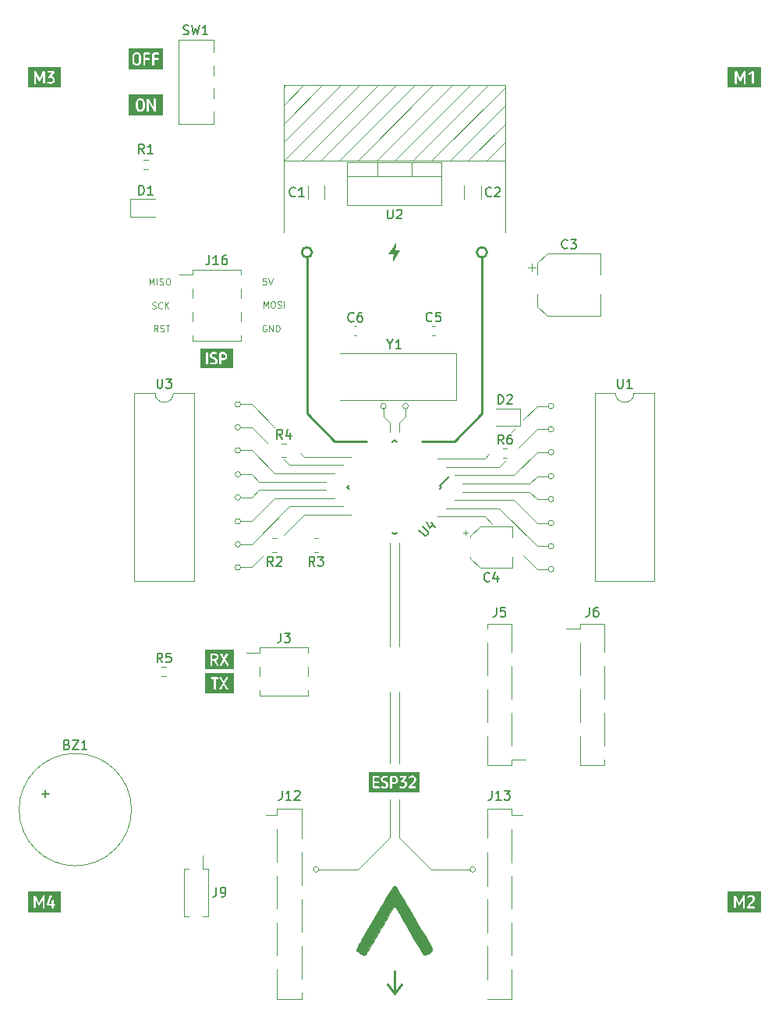
<source format=gbr>
%TF.GenerationSoftware,KiCad,Pcbnew,(6.0.5)*%
%TF.CreationDate,2022-06-28T11:16:47+05:30*%
%TF.ProjectId,MecCam_pro,4d656343-616d-45f7-9072-6f2e6b696361,rev?*%
%TF.SameCoordinates,Original*%
%TF.FileFunction,Legend,Top*%
%TF.FilePolarity,Positive*%
%FSLAX46Y46*%
G04 Gerber Fmt 4.6, Leading zero omitted, Abs format (unit mm)*
G04 Created by KiCad (PCBNEW (6.0.5)) date 2022-06-28 11:16:47*
%MOMM*%
%LPD*%
G01*
G04 APERTURE LIST*
%ADD10C,0.120000*%
%ADD11C,0.250000*%
%ADD12C,0.100000*%
%ADD13C,0.150000*%
%ADD14C,0.010000*%
G04 APERTURE END LIST*
D10*
X110600000Y-104000000D02*
X109800000Y-103200000D01*
X88600000Y-97600000D02*
X88000000Y-97000000D01*
X111400000Y-102300000D02*
X109400000Y-102300000D01*
X83300000Y-101100000D02*
X84500000Y-101100000D01*
X84500000Y-98600000D02*
X85300000Y-99400000D01*
X87000000Y-98500000D02*
X89400000Y-98500000D01*
X115500000Y-91200000D02*
X114000000Y-92700000D01*
X117300000Y-108900000D02*
G75*
G03*
X117300000Y-108900000I-300000J0D01*
G01*
X117300000Y-106400000D02*
G75*
G03*
X117300000Y-106400000I-300000J0D01*
G01*
X117300000Y-103900000D02*
G75*
G03*
X117300000Y-103900000I-300000J0D01*
G01*
X117300000Y-101300000D02*
G75*
G03*
X117300000Y-101300000I-300000J0D01*
G01*
X114700000Y-100500000D02*
X107400000Y-100500000D01*
X116700000Y-96200000D02*
X115500000Y-96200000D01*
X116700000Y-106400000D02*
X115500000Y-106400000D01*
X115500000Y-101300000D02*
X114700000Y-100500000D01*
X116700000Y-108900000D02*
X115500000Y-108900000D01*
X116700000Y-93700000D02*
X115500000Y-93700000D01*
X117300000Y-96200000D02*
G75*
G03*
X117300000Y-96200000I-300000J0D01*
G01*
X114700000Y-99600000D02*
X107400000Y-99600000D01*
X111400000Y-97800000D02*
X105600000Y-97800000D01*
X116700000Y-91200000D02*
X115500000Y-91200000D01*
X117300000Y-98800000D02*
G75*
G03*
X117300000Y-98800000I-300000J0D01*
G01*
X109400000Y-102300000D02*
X105600000Y-102300000D01*
X117300000Y-91200000D02*
G75*
G03*
X117300000Y-91200000I-300000J0D01*
G01*
X113000000Y-98700000D02*
X106500000Y-98700000D01*
X116700000Y-98800000D02*
X115500000Y-98800000D01*
X116700000Y-101300000D02*
X115500000Y-101300000D01*
X116700000Y-103900000D02*
X115500000Y-103900000D01*
X110600000Y-101400000D02*
X106500000Y-101400000D01*
X117300000Y-93700000D02*
G75*
G03*
X117300000Y-93700000I-300000J0D01*
G01*
X109800000Y-103200000D02*
X104700000Y-103200000D01*
X110300000Y-96400000D02*
X109800000Y-96900000D01*
X115500000Y-98800000D02*
X114700000Y-99600000D01*
X115500000Y-96200000D02*
X113000000Y-98700000D01*
X115500000Y-106400000D02*
X111400000Y-102300000D01*
X115500000Y-108900000D02*
X114000000Y-107400000D01*
X115500000Y-93700000D02*
X113500000Y-95700000D01*
X104700000Y-96900000D02*
X109800000Y-96900000D01*
X115500000Y-103900000D02*
X113000000Y-101400000D01*
X113000000Y-101400000D02*
X110600000Y-101400000D01*
X108800000Y-141500000D02*
G75*
G03*
X108800000Y-141500000I-300000J0D01*
G01*
X101500000Y-91200000D02*
G75*
G03*
X101500000Y-91200000I-300000J0D01*
G01*
D11*
X90500000Y-75050000D02*
X90500000Y-92000000D01*
X109500000Y-75050000D02*
X109500000Y-92000000D01*
X110050000Y-74500000D02*
G75*
G03*
X110050000Y-74500000I-550000J0D01*
G01*
X106500000Y-95000000D02*
X103000000Y-95000000D01*
X109500000Y-92000000D02*
X106500000Y-95000000D01*
D10*
X84500000Y-91000000D02*
X87000000Y-93500000D01*
X84500000Y-103700000D02*
X87000000Y-101200000D01*
X84500000Y-93500000D02*
X86200000Y-95200000D01*
X83300000Y-103700000D02*
X84500000Y-103700000D01*
X83300000Y-103700000D02*
G75*
G03*
X83300000Y-103700000I-300000J0D01*
G01*
X99500000Y-133900000D02*
X99500000Y-138000000D01*
D11*
X100000000Y-155000000D02*
X100000000Y-152500000D01*
D10*
X84500000Y-101100000D02*
X85300000Y-100300000D01*
X111400000Y-97800000D02*
X112100000Y-97100000D01*
X83300000Y-96000000D02*
G75*
G03*
X83300000Y-96000000I-300000J0D01*
G01*
X100500000Y-93000000D02*
X101200000Y-92300000D01*
X84500000Y-108700000D02*
X85800000Y-107400000D01*
X91800000Y-141500000D02*
X96000000Y-141500000D01*
D11*
X100000000Y-155000000D02*
X100750000Y-154000000D01*
X91050000Y-74500000D02*
G75*
G03*
X91050000Y-74500000I-550000J0D01*
G01*
D10*
X108200000Y-141500000D02*
X104000000Y-141500000D01*
X101200000Y-92300000D02*
X101200000Y-91500000D01*
X100500000Y-133900000D02*
X100500000Y-138000000D01*
X85300000Y-99400000D02*
X92600000Y-99400000D01*
X83300000Y-106200000D02*
X84500000Y-106200000D01*
X83300000Y-98600000D02*
X84500000Y-98600000D01*
X83300000Y-108700000D02*
X84500000Y-108700000D01*
X99500000Y-106000000D02*
X99500000Y-117300000D01*
X83300000Y-98600000D02*
G75*
G03*
X83300000Y-98600000I-300000J0D01*
G01*
X95300000Y-103000000D02*
X90200000Y-103000000D01*
X99500000Y-122200000D02*
X99500000Y-130000000D01*
X88600000Y-97600000D02*
X94400000Y-97600000D01*
X89800000Y-96300000D02*
X90200000Y-96700000D01*
X84500000Y-96000000D02*
X87000000Y-98500000D01*
D11*
X93500000Y-95000000D02*
X90500000Y-92000000D01*
D10*
X83300000Y-93500000D02*
X84500000Y-93500000D01*
X89400000Y-98500000D02*
X93500000Y-98500000D01*
X84500000Y-106200000D02*
X88600000Y-102100000D01*
X88600000Y-102100000D02*
X94400000Y-102100000D01*
X83300000Y-96000000D02*
X84500000Y-96000000D01*
X100500000Y-122200000D02*
X100500000Y-130000000D01*
X85300000Y-100300000D02*
X92600000Y-100300000D01*
X83300000Y-91000000D02*
G75*
G03*
X83300000Y-91000000I-300000J0D01*
G01*
D11*
X100000000Y-155000000D02*
X99250000Y-154000000D01*
D10*
X100500000Y-138000000D02*
X104000000Y-141500000D01*
X99100000Y-91200000D02*
G75*
G03*
X99100000Y-91200000I-300000J0D01*
G01*
X98800000Y-92300000D02*
X98800000Y-91500000D01*
D11*
X97000000Y-95000000D02*
X93500000Y-95000000D01*
D10*
X100500000Y-94000000D02*
X100500000Y-93000000D01*
X83300000Y-108700000D02*
G75*
G03*
X83300000Y-108700000I-300000J0D01*
G01*
X99500000Y-138000000D02*
X96000000Y-141500000D01*
X99500000Y-93000000D02*
X98800000Y-92300000D01*
X113100000Y-93600000D02*
X112700000Y-94000000D01*
X100500000Y-106000000D02*
X100500000Y-117300000D01*
X90200000Y-96700000D02*
X95300000Y-96700000D01*
X87000000Y-101200000D02*
X93500000Y-101200000D01*
X83300000Y-93500000D02*
G75*
G03*
X83300000Y-93500000I-300000J0D01*
G01*
X83300000Y-91000000D02*
X84500000Y-91000000D01*
X83300000Y-101100000D02*
G75*
G03*
X83300000Y-101100000I-300000J0D01*
G01*
X88000000Y-105200000D02*
X90200000Y-103000000D01*
X91800000Y-141500000D02*
G75*
G03*
X91800000Y-141500000I-300000J0D01*
G01*
X83300000Y-106200000D02*
G75*
G03*
X83300000Y-106200000I-300000J0D01*
G01*
X99500000Y-94000000D02*
X99500000Y-93000000D01*
D12*
X86066666Y-77316666D02*
X85733333Y-77316666D01*
X85700000Y-77650000D01*
X85733333Y-77616666D01*
X85800000Y-77583333D01*
X85966666Y-77583333D01*
X86033333Y-77616666D01*
X86066666Y-77650000D01*
X86100000Y-77716666D01*
X86100000Y-77883333D01*
X86066666Y-77950000D01*
X86033333Y-77983333D01*
X85966666Y-78016666D01*
X85800000Y-78016666D01*
X85733333Y-77983333D01*
X85700000Y-77950000D01*
X86300000Y-77316666D02*
X86533333Y-78016666D01*
X86766666Y-77316666D01*
X73700000Y-80583333D02*
X73800000Y-80616666D01*
X73966666Y-80616666D01*
X74033333Y-80583333D01*
X74066666Y-80550000D01*
X74100000Y-80483333D01*
X74100000Y-80416666D01*
X74066666Y-80350000D01*
X74033333Y-80316666D01*
X73966666Y-80283333D01*
X73833333Y-80250000D01*
X73766666Y-80216666D01*
X73733333Y-80183333D01*
X73700000Y-80116666D01*
X73700000Y-80050000D01*
X73733333Y-79983333D01*
X73766666Y-79950000D01*
X73833333Y-79916666D01*
X74000000Y-79916666D01*
X74100000Y-79950000D01*
X74800000Y-80550000D02*
X74766666Y-80583333D01*
X74666666Y-80616666D01*
X74600000Y-80616666D01*
X74500000Y-80583333D01*
X74433333Y-80516666D01*
X74400000Y-80450000D01*
X74366666Y-80316666D01*
X74366666Y-80216666D01*
X74400000Y-80083333D01*
X74433333Y-80016666D01*
X74500000Y-79950000D01*
X74600000Y-79916666D01*
X74666666Y-79916666D01*
X74766666Y-79950000D01*
X74800000Y-79983333D01*
X75100000Y-80616666D02*
X75100000Y-79916666D01*
X75500000Y-80616666D02*
X75200000Y-80216666D01*
X75500000Y-79916666D02*
X75100000Y-80316666D01*
X85800000Y-80516666D02*
X85800000Y-79816666D01*
X86033333Y-80316666D01*
X86266666Y-79816666D01*
X86266666Y-80516666D01*
X86733333Y-79816666D02*
X86866666Y-79816666D01*
X86933333Y-79850000D01*
X87000000Y-79916666D01*
X87033333Y-80050000D01*
X87033333Y-80283333D01*
X87000000Y-80416666D01*
X86933333Y-80483333D01*
X86866666Y-80516666D01*
X86733333Y-80516666D01*
X86666666Y-80483333D01*
X86600000Y-80416666D01*
X86566666Y-80283333D01*
X86566666Y-80050000D01*
X86600000Y-79916666D01*
X86666666Y-79850000D01*
X86733333Y-79816666D01*
X87300000Y-80483333D02*
X87400000Y-80516666D01*
X87566666Y-80516666D01*
X87633333Y-80483333D01*
X87666666Y-80450000D01*
X87700000Y-80383333D01*
X87700000Y-80316666D01*
X87666666Y-80250000D01*
X87633333Y-80216666D01*
X87566666Y-80183333D01*
X87433333Y-80150000D01*
X87366666Y-80116666D01*
X87333333Y-80083333D01*
X87300000Y-80016666D01*
X87300000Y-79950000D01*
X87333333Y-79883333D01*
X87366666Y-79850000D01*
X87433333Y-79816666D01*
X87600000Y-79816666D01*
X87700000Y-79850000D01*
X88000000Y-80516666D02*
X88000000Y-79816666D01*
X74316666Y-83116666D02*
X74083333Y-82783333D01*
X73916666Y-83116666D02*
X73916666Y-82416666D01*
X74183333Y-82416666D01*
X74250000Y-82450000D01*
X74283333Y-82483333D01*
X74316666Y-82550000D01*
X74316666Y-82650000D01*
X74283333Y-82716666D01*
X74250000Y-82750000D01*
X74183333Y-82783333D01*
X73916666Y-82783333D01*
X74583333Y-83083333D02*
X74683333Y-83116666D01*
X74850000Y-83116666D01*
X74916666Y-83083333D01*
X74950000Y-83050000D01*
X74983333Y-82983333D01*
X74983333Y-82916666D01*
X74950000Y-82850000D01*
X74916666Y-82816666D01*
X74850000Y-82783333D01*
X74716666Y-82750000D01*
X74650000Y-82716666D01*
X74616666Y-82683333D01*
X74583333Y-82616666D01*
X74583333Y-82550000D01*
X74616666Y-82483333D01*
X74650000Y-82450000D01*
X74716666Y-82416666D01*
X74883333Y-82416666D01*
X74983333Y-82450000D01*
X75183333Y-82416666D02*
X75583333Y-82416666D01*
X75383333Y-83116666D02*
X75383333Y-82416666D01*
X73400000Y-78016666D02*
X73400000Y-77316666D01*
X73633333Y-77816666D01*
X73866666Y-77316666D01*
X73866666Y-78016666D01*
X74200000Y-78016666D02*
X74200000Y-77316666D01*
X74500000Y-77983333D02*
X74600000Y-78016666D01*
X74766666Y-78016666D01*
X74833333Y-77983333D01*
X74866666Y-77950000D01*
X74900000Y-77883333D01*
X74900000Y-77816666D01*
X74866666Y-77750000D01*
X74833333Y-77716666D01*
X74766666Y-77683333D01*
X74633333Y-77650000D01*
X74566666Y-77616666D01*
X74533333Y-77583333D01*
X74500000Y-77516666D01*
X74500000Y-77450000D01*
X74533333Y-77383333D01*
X74566666Y-77350000D01*
X74633333Y-77316666D01*
X74800000Y-77316666D01*
X74900000Y-77350000D01*
X75333333Y-77316666D02*
X75466666Y-77316666D01*
X75533333Y-77350000D01*
X75600000Y-77416666D01*
X75633333Y-77550000D01*
X75633333Y-77783333D01*
X75600000Y-77916666D01*
X75533333Y-77983333D01*
X75466666Y-78016666D01*
X75333333Y-78016666D01*
X75266666Y-77983333D01*
X75200000Y-77916666D01*
X75166666Y-77783333D01*
X75166666Y-77550000D01*
X75200000Y-77416666D01*
X75266666Y-77350000D01*
X75333333Y-77316666D01*
X86066666Y-82450000D02*
X86000000Y-82416666D01*
X85900000Y-82416666D01*
X85800000Y-82450000D01*
X85733333Y-82516666D01*
X85700000Y-82583333D01*
X85666666Y-82716666D01*
X85666666Y-82816666D01*
X85700000Y-82950000D01*
X85733333Y-83016666D01*
X85800000Y-83083333D01*
X85900000Y-83116666D01*
X85966666Y-83116666D01*
X86066666Y-83083333D01*
X86100000Y-83050000D01*
X86100000Y-82816666D01*
X85966666Y-82816666D01*
X86400000Y-83116666D02*
X86400000Y-82416666D01*
X86800000Y-83116666D01*
X86800000Y-82416666D01*
X87133333Y-83116666D02*
X87133333Y-82416666D01*
X87300000Y-82416666D01*
X87400000Y-82450000D01*
X87466666Y-82516666D01*
X87500000Y-82583333D01*
X87533333Y-82716666D01*
X87533333Y-82816666D01*
X87500000Y-82950000D01*
X87466666Y-83016666D01*
X87400000Y-83083333D01*
X87300000Y-83116666D01*
X87133333Y-83116666D01*
D13*
%TO.C,C6*%
X95583333Y-81957142D02*
X95535714Y-82004761D01*
X95392857Y-82052380D01*
X95297619Y-82052380D01*
X95154761Y-82004761D01*
X95059523Y-81909523D01*
X95011904Y-81814285D01*
X94964285Y-81623809D01*
X94964285Y-81480952D01*
X95011904Y-81290476D01*
X95059523Y-81195238D01*
X95154761Y-81100000D01*
X95297619Y-81052380D01*
X95392857Y-81052380D01*
X95535714Y-81100000D01*
X95583333Y-81147619D01*
X96440476Y-81052380D02*
X96250000Y-81052380D01*
X96154761Y-81100000D01*
X96107142Y-81147619D01*
X96011904Y-81290476D01*
X95964285Y-81480952D01*
X95964285Y-81861904D01*
X96011904Y-81957142D01*
X96059523Y-82004761D01*
X96154761Y-82052380D01*
X96345238Y-82052380D01*
X96440476Y-82004761D01*
X96488095Y-81957142D01*
X96535714Y-81861904D01*
X96535714Y-81623809D01*
X96488095Y-81528571D01*
X96440476Y-81480952D01*
X96345238Y-81433333D01*
X96154761Y-81433333D01*
X96059523Y-81480952D01*
X96011904Y-81528571D01*
X95964285Y-81623809D01*
%TO.C,J13*%
X110590476Y-132942380D02*
X110590476Y-133656666D01*
X110542857Y-133799523D01*
X110447619Y-133894761D01*
X110304761Y-133942380D01*
X110209523Y-133942380D01*
X111590476Y-133942380D02*
X111019047Y-133942380D01*
X111304761Y-133942380D02*
X111304761Y-132942380D01*
X111209523Y-133085238D01*
X111114285Y-133180476D01*
X111019047Y-133228095D01*
X111923809Y-132942380D02*
X112542857Y-132942380D01*
X112209523Y-133323333D01*
X112352380Y-133323333D01*
X112447619Y-133370952D01*
X112495238Y-133418571D01*
X112542857Y-133513809D01*
X112542857Y-133751904D01*
X112495238Y-133847142D01*
X112447619Y-133894761D01*
X112352380Y-133942380D01*
X112066666Y-133942380D01*
X111971428Y-133894761D01*
X111923809Y-133847142D01*
%TO.C,J3*%
X87666666Y-115852380D02*
X87666666Y-116566666D01*
X87619047Y-116709523D01*
X87523809Y-116804761D01*
X87380952Y-116852380D01*
X87285714Y-116852380D01*
X88047619Y-115852380D02*
X88666666Y-115852380D01*
X88333333Y-116233333D01*
X88476190Y-116233333D01*
X88571428Y-116280952D01*
X88619047Y-116328571D01*
X88666666Y-116423809D01*
X88666666Y-116661904D01*
X88619047Y-116757142D01*
X88571428Y-116804761D01*
X88476190Y-116852380D01*
X88190476Y-116852380D01*
X88095238Y-116804761D01*
X88047619Y-116757142D01*
%TO.C,R6*%
X111833333Y-95322380D02*
X111500000Y-94846190D01*
X111261904Y-95322380D02*
X111261904Y-94322380D01*
X111642857Y-94322380D01*
X111738095Y-94370000D01*
X111785714Y-94417619D01*
X111833333Y-94512857D01*
X111833333Y-94655714D01*
X111785714Y-94750952D01*
X111738095Y-94798571D01*
X111642857Y-94846190D01*
X111261904Y-94846190D01*
X112690476Y-94322380D02*
X112500000Y-94322380D01*
X112404761Y-94370000D01*
X112357142Y-94417619D01*
X112261904Y-94560476D01*
X112214285Y-94750952D01*
X112214285Y-95131904D01*
X112261904Y-95227142D01*
X112309523Y-95274761D01*
X112404761Y-95322380D01*
X112595238Y-95322380D01*
X112690476Y-95274761D01*
X112738095Y-95227142D01*
X112785714Y-95131904D01*
X112785714Y-94893809D01*
X112738095Y-94798571D01*
X112690476Y-94750952D01*
X112595238Y-94703333D01*
X112404761Y-94703333D01*
X112309523Y-94750952D01*
X112261904Y-94798571D01*
X112214285Y-94893809D01*
%TO.C,R3*%
X91333333Y-108552380D02*
X91000000Y-108076190D01*
X90761904Y-108552380D02*
X90761904Y-107552380D01*
X91142857Y-107552380D01*
X91238095Y-107600000D01*
X91285714Y-107647619D01*
X91333333Y-107742857D01*
X91333333Y-107885714D01*
X91285714Y-107980952D01*
X91238095Y-108028571D01*
X91142857Y-108076190D01*
X90761904Y-108076190D01*
X91666666Y-107552380D02*
X92285714Y-107552380D01*
X91952380Y-107933333D01*
X92095238Y-107933333D01*
X92190476Y-107980952D01*
X92238095Y-108028571D01*
X92285714Y-108123809D01*
X92285714Y-108361904D01*
X92238095Y-108457142D01*
X92190476Y-108504761D01*
X92095238Y-108552380D01*
X91809523Y-108552380D01*
X91714285Y-108504761D01*
X91666666Y-108457142D01*
%TO.C,U1*%
X124238095Y-88232380D02*
X124238095Y-89041904D01*
X124285714Y-89137142D01*
X124333333Y-89184761D01*
X124428571Y-89232380D01*
X124619047Y-89232380D01*
X124714285Y-89184761D01*
X124761904Y-89137142D01*
X124809523Y-89041904D01*
X124809523Y-88232380D01*
X125809523Y-89232380D02*
X125238095Y-89232380D01*
X125523809Y-89232380D02*
X125523809Y-88232380D01*
X125428571Y-88375238D01*
X125333333Y-88470476D01*
X125238095Y-88518095D01*
%TO.C,U3*%
X74238095Y-88232380D02*
X74238095Y-89041904D01*
X74285714Y-89137142D01*
X74333333Y-89184761D01*
X74428571Y-89232380D01*
X74619047Y-89232380D01*
X74714285Y-89184761D01*
X74761904Y-89137142D01*
X74809523Y-89041904D01*
X74809523Y-88232380D01*
X75190476Y-88232380D02*
X75809523Y-88232380D01*
X75476190Y-88613333D01*
X75619047Y-88613333D01*
X75714285Y-88660952D01*
X75761904Y-88708571D01*
X75809523Y-88803809D01*
X75809523Y-89041904D01*
X75761904Y-89137142D01*
X75714285Y-89184761D01*
X75619047Y-89232380D01*
X75333333Y-89232380D01*
X75238095Y-89184761D01*
X75190476Y-89137142D01*
%TO.C,U4*%
X102674026Y-104651522D02*
X103246446Y-105223942D01*
X103347461Y-105257614D01*
X103414805Y-105257614D01*
X103515820Y-105223942D01*
X103650507Y-105089255D01*
X103684179Y-104988240D01*
X103684179Y-104920896D01*
X103650507Y-104819881D01*
X103078087Y-104247461D01*
X103953553Y-103843400D02*
X104424957Y-104314805D01*
X103515820Y-103742385D02*
X103852538Y-104415820D01*
X104290270Y-103978087D01*
%TO.C,Y1*%
X99523809Y-84476190D02*
X99523809Y-84952380D01*
X99190476Y-83952380D02*
X99523809Y-84476190D01*
X99857142Y-83952380D01*
X100714285Y-84952380D02*
X100142857Y-84952380D01*
X100428571Y-84952380D02*
X100428571Y-83952380D01*
X100333333Y-84095238D01*
X100238095Y-84190476D01*
X100142857Y-84238095D01*
%TO.C,C5*%
X104083333Y-81927142D02*
X104035714Y-81974761D01*
X103892857Y-82022380D01*
X103797619Y-82022380D01*
X103654761Y-81974761D01*
X103559523Y-81879523D01*
X103511904Y-81784285D01*
X103464285Y-81593809D01*
X103464285Y-81450952D01*
X103511904Y-81260476D01*
X103559523Y-81165238D01*
X103654761Y-81070000D01*
X103797619Y-81022380D01*
X103892857Y-81022380D01*
X104035714Y-81070000D01*
X104083333Y-81117619D01*
X104988095Y-81022380D02*
X104511904Y-81022380D01*
X104464285Y-81498571D01*
X104511904Y-81450952D01*
X104607142Y-81403333D01*
X104845238Y-81403333D01*
X104940476Y-81450952D01*
X104988095Y-81498571D01*
X105035714Y-81593809D01*
X105035714Y-81831904D01*
X104988095Y-81927142D01*
X104940476Y-81974761D01*
X104845238Y-82022380D01*
X104607142Y-82022380D01*
X104511904Y-81974761D01*
X104464285Y-81927142D01*
%TO.C,D2*%
X111261904Y-90952380D02*
X111261904Y-89952380D01*
X111500000Y-89952380D01*
X111642857Y-90000000D01*
X111738095Y-90095238D01*
X111785714Y-90190476D01*
X111833333Y-90380952D01*
X111833333Y-90523809D01*
X111785714Y-90714285D01*
X111738095Y-90809523D01*
X111642857Y-90904761D01*
X111500000Y-90952380D01*
X111261904Y-90952380D01*
X112214285Y-90047619D02*
X112261904Y-90000000D01*
X112357142Y-89952380D01*
X112595238Y-89952380D01*
X112690476Y-90000000D01*
X112738095Y-90047619D01*
X112785714Y-90142857D01*
X112785714Y-90238095D01*
X112738095Y-90380952D01*
X112166666Y-90952380D01*
X112785714Y-90952380D01*
%TO.C,R4*%
X87833333Y-94752380D02*
X87500000Y-94276190D01*
X87261904Y-94752380D02*
X87261904Y-93752380D01*
X87642857Y-93752380D01*
X87738095Y-93800000D01*
X87785714Y-93847619D01*
X87833333Y-93942857D01*
X87833333Y-94085714D01*
X87785714Y-94180952D01*
X87738095Y-94228571D01*
X87642857Y-94276190D01*
X87261904Y-94276190D01*
X88690476Y-94085714D02*
X88690476Y-94752380D01*
X88452380Y-93704761D02*
X88214285Y-94419047D01*
X88833333Y-94419047D01*
%TO.C,R2*%
X86820833Y-108552380D02*
X86487500Y-108076190D01*
X86249404Y-108552380D02*
X86249404Y-107552380D01*
X86630357Y-107552380D01*
X86725595Y-107600000D01*
X86773214Y-107647619D01*
X86820833Y-107742857D01*
X86820833Y-107885714D01*
X86773214Y-107980952D01*
X86725595Y-108028571D01*
X86630357Y-108076190D01*
X86249404Y-108076190D01*
X87201785Y-107647619D02*
X87249404Y-107600000D01*
X87344642Y-107552380D01*
X87582738Y-107552380D01*
X87677976Y-107600000D01*
X87725595Y-107647619D01*
X87773214Y-107742857D01*
X87773214Y-107838095D01*
X87725595Y-107980952D01*
X87154166Y-108552380D01*
X87773214Y-108552380D01*
%TO.C,J16*%
X79890476Y-74832380D02*
X79890476Y-75546666D01*
X79842857Y-75689523D01*
X79747619Y-75784761D01*
X79604761Y-75832380D01*
X79509523Y-75832380D01*
X80890476Y-75832380D02*
X80319047Y-75832380D01*
X80604761Y-75832380D02*
X80604761Y-74832380D01*
X80509523Y-74975238D01*
X80414285Y-75070476D01*
X80319047Y-75118095D01*
X81747619Y-74832380D02*
X81557142Y-74832380D01*
X81461904Y-74880000D01*
X81414285Y-74927619D01*
X81319047Y-75070476D01*
X81271428Y-75260952D01*
X81271428Y-75641904D01*
X81319047Y-75737142D01*
X81366666Y-75784761D01*
X81461904Y-75832380D01*
X81652380Y-75832380D01*
X81747619Y-75784761D01*
X81795238Y-75737142D01*
X81842857Y-75641904D01*
X81842857Y-75403809D01*
X81795238Y-75308571D01*
X81747619Y-75260952D01*
X81652380Y-75213333D01*
X81461904Y-75213333D01*
X81366666Y-75260952D01*
X81319047Y-75308571D01*
X81271428Y-75403809D01*
%TO.C,C2*%
X110533333Y-68357142D02*
X110485714Y-68404761D01*
X110342857Y-68452380D01*
X110247619Y-68452380D01*
X110104761Y-68404761D01*
X110009523Y-68309523D01*
X109961904Y-68214285D01*
X109914285Y-68023809D01*
X109914285Y-67880952D01*
X109961904Y-67690476D01*
X110009523Y-67595238D01*
X110104761Y-67500000D01*
X110247619Y-67452380D01*
X110342857Y-67452380D01*
X110485714Y-67500000D01*
X110533333Y-67547619D01*
X110914285Y-67547619D02*
X110961904Y-67500000D01*
X111057142Y-67452380D01*
X111295238Y-67452380D01*
X111390476Y-67500000D01*
X111438095Y-67547619D01*
X111485714Y-67642857D01*
X111485714Y-67738095D01*
X111438095Y-67880952D01*
X110866666Y-68452380D01*
X111485714Y-68452380D01*
%TO.C,U2*%
X99238095Y-69852380D02*
X99238095Y-70661904D01*
X99285714Y-70757142D01*
X99333333Y-70804761D01*
X99428571Y-70852380D01*
X99619047Y-70852380D01*
X99714285Y-70804761D01*
X99761904Y-70757142D01*
X99809523Y-70661904D01*
X99809523Y-69852380D01*
X100238095Y-69947619D02*
X100285714Y-69900000D01*
X100380952Y-69852380D01*
X100619047Y-69852380D01*
X100714285Y-69900000D01*
X100761904Y-69947619D01*
X100809523Y-70042857D01*
X100809523Y-70138095D01*
X100761904Y-70280952D01*
X100190476Y-70852380D01*
X100809523Y-70852380D01*
%TO.C,D1*%
X72261904Y-68252380D02*
X72261904Y-67252380D01*
X72500000Y-67252380D01*
X72642857Y-67300000D01*
X72738095Y-67395238D01*
X72785714Y-67490476D01*
X72833333Y-67680952D01*
X72833333Y-67823809D01*
X72785714Y-68014285D01*
X72738095Y-68109523D01*
X72642857Y-68204761D01*
X72500000Y-68252380D01*
X72261904Y-68252380D01*
X73785714Y-68252380D02*
X73214285Y-68252380D01*
X73500000Y-68252380D02*
X73500000Y-67252380D01*
X73404761Y-67395238D01*
X73309523Y-67490476D01*
X73214285Y-67538095D01*
%TO.C,BZ1*%
X64469047Y-127928571D02*
X64611904Y-127976190D01*
X64659523Y-128023809D01*
X64707142Y-128119047D01*
X64707142Y-128261904D01*
X64659523Y-128357142D01*
X64611904Y-128404761D01*
X64516666Y-128452380D01*
X64135714Y-128452380D01*
X64135714Y-127452380D01*
X64469047Y-127452380D01*
X64564285Y-127500000D01*
X64611904Y-127547619D01*
X64659523Y-127642857D01*
X64659523Y-127738095D01*
X64611904Y-127833333D01*
X64564285Y-127880952D01*
X64469047Y-127928571D01*
X64135714Y-127928571D01*
X65040476Y-127452380D02*
X65707142Y-127452380D01*
X65040476Y-128452380D01*
X65707142Y-128452380D01*
X66611904Y-128452380D02*
X66040476Y-128452380D01*
X66326190Y-128452380D02*
X66326190Y-127452380D01*
X66230952Y-127595238D01*
X66135714Y-127690476D01*
X66040476Y-127738095D01*
X61719047Y-133271428D02*
X62480952Y-133271428D01*
X62100000Y-133652380D02*
X62100000Y-132890476D01*
%TO.C,SW1*%
X77066666Y-50804761D02*
X77209523Y-50852380D01*
X77447619Y-50852380D01*
X77542857Y-50804761D01*
X77590476Y-50757142D01*
X77638095Y-50661904D01*
X77638095Y-50566666D01*
X77590476Y-50471428D01*
X77542857Y-50423809D01*
X77447619Y-50376190D01*
X77257142Y-50328571D01*
X77161904Y-50280952D01*
X77114285Y-50233333D01*
X77066666Y-50138095D01*
X77066666Y-50042857D01*
X77114285Y-49947619D01*
X77161904Y-49900000D01*
X77257142Y-49852380D01*
X77495238Y-49852380D01*
X77638095Y-49900000D01*
X77971428Y-49852380D02*
X78209523Y-50852380D01*
X78400000Y-50138095D01*
X78590476Y-50852380D01*
X78828571Y-49852380D01*
X79733333Y-50852380D02*
X79161904Y-50852380D01*
X79447619Y-50852380D02*
X79447619Y-49852380D01*
X79352380Y-49995238D01*
X79257142Y-50090476D01*
X79161904Y-50138095D01*
%TO.C,J9*%
X80666666Y-143452380D02*
X80666666Y-144166666D01*
X80619047Y-144309523D01*
X80523809Y-144404761D01*
X80380952Y-144452380D01*
X80285714Y-144452380D01*
X81190476Y-144452380D02*
X81380952Y-144452380D01*
X81476190Y-144404761D01*
X81523809Y-144357142D01*
X81619047Y-144214285D01*
X81666666Y-144023809D01*
X81666666Y-143642857D01*
X81619047Y-143547619D01*
X81571428Y-143500000D01*
X81476190Y-143452380D01*
X81285714Y-143452380D01*
X81190476Y-143500000D01*
X81142857Y-143547619D01*
X81095238Y-143642857D01*
X81095238Y-143880952D01*
X81142857Y-143976190D01*
X81190476Y-144023809D01*
X81285714Y-144071428D01*
X81476190Y-144071428D01*
X81571428Y-144023809D01*
X81619047Y-143976190D01*
X81666666Y-143880952D01*
%TO.C,J12*%
X87790476Y-132942380D02*
X87790476Y-133656666D01*
X87742857Y-133799523D01*
X87647619Y-133894761D01*
X87504761Y-133942380D01*
X87409523Y-133942380D01*
X88790476Y-133942380D02*
X88219047Y-133942380D01*
X88504761Y-133942380D02*
X88504761Y-132942380D01*
X88409523Y-133085238D01*
X88314285Y-133180476D01*
X88219047Y-133228095D01*
X89171428Y-133037619D02*
X89219047Y-132990000D01*
X89314285Y-132942380D01*
X89552380Y-132942380D01*
X89647619Y-132990000D01*
X89695238Y-133037619D01*
X89742857Y-133132857D01*
X89742857Y-133228095D01*
X89695238Y-133370952D01*
X89123809Y-133942380D01*
X89742857Y-133942380D01*
%TO.C,C4*%
X110333333Y-110157142D02*
X110285714Y-110204761D01*
X110142857Y-110252380D01*
X110047619Y-110252380D01*
X109904761Y-110204761D01*
X109809523Y-110109523D01*
X109761904Y-110014285D01*
X109714285Y-109823809D01*
X109714285Y-109680952D01*
X109761904Y-109490476D01*
X109809523Y-109395238D01*
X109904761Y-109300000D01*
X110047619Y-109252380D01*
X110142857Y-109252380D01*
X110285714Y-109300000D01*
X110333333Y-109347619D01*
X111190476Y-109585714D02*
X111190476Y-110252380D01*
X110952380Y-109204761D02*
X110714285Y-109919047D01*
X111333333Y-109919047D01*
%TO.C,R5*%
X74808333Y-119022380D02*
X74475000Y-118546190D01*
X74236904Y-119022380D02*
X74236904Y-118022380D01*
X74617857Y-118022380D01*
X74713095Y-118070000D01*
X74760714Y-118117619D01*
X74808333Y-118212857D01*
X74808333Y-118355714D01*
X74760714Y-118450952D01*
X74713095Y-118498571D01*
X74617857Y-118546190D01*
X74236904Y-118546190D01*
X75713095Y-118022380D02*
X75236904Y-118022380D01*
X75189285Y-118498571D01*
X75236904Y-118450952D01*
X75332142Y-118403333D01*
X75570238Y-118403333D01*
X75665476Y-118450952D01*
X75713095Y-118498571D01*
X75760714Y-118593809D01*
X75760714Y-118831904D01*
X75713095Y-118927142D01*
X75665476Y-118974761D01*
X75570238Y-119022380D01*
X75332142Y-119022380D01*
X75236904Y-118974761D01*
X75189285Y-118927142D01*
%TO.C,J5*%
X111066666Y-113052380D02*
X111066666Y-113766666D01*
X111019047Y-113909523D01*
X110923809Y-114004761D01*
X110780952Y-114052380D01*
X110685714Y-114052380D01*
X112019047Y-113052380D02*
X111542857Y-113052380D01*
X111495238Y-113528571D01*
X111542857Y-113480952D01*
X111638095Y-113433333D01*
X111876190Y-113433333D01*
X111971428Y-113480952D01*
X112019047Y-113528571D01*
X112066666Y-113623809D01*
X112066666Y-113861904D01*
X112019047Y-113957142D01*
X111971428Y-114004761D01*
X111876190Y-114052380D01*
X111638095Y-114052380D01*
X111542857Y-114004761D01*
X111495238Y-113957142D01*
%TO.C,C3*%
X118783333Y-74007142D02*
X118735714Y-74054761D01*
X118592857Y-74102380D01*
X118497619Y-74102380D01*
X118354761Y-74054761D01*
X118259523Y-73959523D01*
X118211904Y-73864285D01*
X118164285Y-73673809D01*
X118164285Y-73530952D01*
X118211904Y-73340476D01*
X118259523Y-73245238D01*
X118354761Y-73150000D01*
X118497619Y-73102380D01*
X118592857Y-73102380D01*
X118735714Y-73150000D01*
X118783333Y-73197619D01*
X119116666Y-73102380D02*
X119735714Y-73102380D01*
X119402380Y-73483333D01*
X119545238Y-73483333D01*
X119640476Y-73530952D01*
X119688095Y-73578571D01*
X119735714Y-73673809D01*
X119735714Y-73911904D01*
X119688095Y-74007142D01*
X119640476Y-74054761D01*
X119545238Y-74102380D01*
X119259523Y-74102380D01*
X119164285Y-74054761D01*
X119116666Y-74007142D01*
%TO.C,C1*%
X89233333Y-68357142D02*
X89185714Y-68404761D01*
X89042857Y-68452380D01*
X88947619Y-68452380D01*
X88804761Y-68404761D01*
X88709523Y-68309523D01*
X88661904Y-68214285D01*
X88614285Y-68023809D01*
X88614285Y-67880952D01*
X88661904Y-67690476D01*
X88709523Y-67595238D01*
X88804761Y-67500000D01*
X88947619Y-67452380D01*
X89042857Y-67452380D01*
X89185714Y-67500000D01*
X89233333Y-67547619D01*
X90185714Y-68452380D02*
X89614285Y-68452380D01*
X89900000Y-68452380D02*
X89900000Y-67452380D01*
X89804761Y-67595238D01*
X89709523Y-67690476D01*
X89614285Y-67738095D01*
%TO.C,R1*%
X72833333Y-63752380D02*
X72500000Y-63276190D01*
X72261904Y-63752380D02*
X72261904Y-62752380D01*
X72642857Y-62752380D01*
X72738095Y-62800000D01*
X72785714Y-62847619D01*
X72833333Y-62942857D01*
X72833333Y-63085714D01*
X72785714Y-63180952D01*
X72738095Y-63228571D01*
X72642857Y-63276190D01*
X72261904Y-63276190D01*
X73785714Y-63752380D02*
X73214285Y-63752380D01*
X73500000Y-63752380D02*
X73500000Y-62752380D01*
X73404761Y-62895238D01*
X73309523Y-62990476D01*
X73214285Y-63038095D01*
%TO.C,J6*%
X121166666Y-113052380D02*
X121166666Y-113766666D01*
X121119047Y-113909523D01*
X121023809Y-114004761D01*
X120880952Y-114052380D01*
X120785714Y-114052380D01*
X122071428Y-113052380D02*
X121880952Y-113052380D01*
X121785714Y-113100000D01*
X121738095Y-113147619D01*
X121642857Y-113290476D01*
X121595238Y-113480952D01*
X121595238Y-113861904D01*
X121642857Y-113957142D01*
X121690476Y-114004761D01*
X121785714Y-114052380D01*
X121976190Y-114052380D01*
X122071428Y-114004761D01*
X122119047Y-113957142D01*
X122166666Y-113861904D01*
X122166666Y-113623809D01*
X122119047Y-113528571D01*
X122071428Y-113480952D01*
X121976190Y-113433333D01*
X121785714Y-113433333D01*
X121690476Y-113480952D01*
X121642857Y-113528571D01*
X121595238Y-113623809D01*
D10*
%TO.C,C6*%
X95890580Y-83510000D02*
X95609420Y-83510000D01*
X95890580Y-82490000D02*
X95609420Y-82490000D01*
%TO.C,J13*%
X112730000Y-142150000D02*
X112730000Y-145750000D01*
X112730000Y-137150000D02*
X112730000Y-140750000D01*
X110100000Y-144750000D02*
X110100000Y-148350000D01*
X110070000Y-134930000D02*
X110070000Y-135600000D01*
X112730000Y-134930000D02*
X112730000Y-135600000D01*
X112730000Y-147250000D02*
X112730000Y-150850000D01*
X110070000Y-139650000D02*
X110070000Y-143250000D01*
X110070000Y-134930000D02*
X112730000Y-134930000D01*
X113940000Y-135600000D02*
X112730000Y-135600000D01*
X110100000Y-149850000D02*
X110100000Y-153450000D01*
X110070000Y-135600000D02*
X110070000Y-138050000D01*
X112750000Y-152350000D02*
X112750000Y-155570000D01*
X110070000Y-155570000D02*
X112730000Y-155570000D01*
%TO.C,J3*%
X90600000Y-119490000D02*
X90600000Y-120510000D01*
X85400000Y-122600000D02*
X90600000Y-122600000D01*
X85400000Y-117400000D02*
X90600000Y-117400000D01*
X85400000Y-117400000D02*
X85400000Y-117970000D01*
X85400000Y-122030000D02*
X85400000Y-122600000D01*
X90600000Y-122030000D02*
X90600000Y-122600000D01*
X85400000Y-119490000D02*
X85400000Y-120510000D01*
X83960000Y-117970000D02*
X85400000Y-117970000D01*
X90600000Y-117400000D02*
X90600000Y-117970000D01*
%TO.C,R6*%
X111762742Y-96822500D02*
X112237258Y-96822500D01*
X111762742Y-95777500D02*
X112237258Y-95777500D01*
%TO.C,R3*%
X91727064Y-107035000D02*
X91272936Y-107035000D01*
X91727064Y-105565000D02*
X91272936Y-105565000D01*
%TO.C,U1*%
X121765000Y-89780000D02*
X121765000Y-110220000D01*
X128235000Y-110220000D02*
X128235000Y-89780000D01*
X128235000Y-89780000D02*
X126000000Y-89780000D01*
X121765000Y-110220000D02*
X128235000Y-110220000D01*
X124000000Y-89780000D02*
X121765000Y-89780000D01*
X124000000Y-89780000D02*
G75*
G03*
X126000000Y-89780000I1000000J0D01*
G01*
%TO.C,U3*%
X78235000Y-89780000D02*
X76000000Y-89780000D01*
X78235000Y-110220000D02*
X78235000Y-89780000D01*
X74000000Y-89780000D02*
X71765000Y-89780000D01*
X71765000Y-110220000D02*
X78235000Y-110220000D01*
X71765000Y-89780000D02*
X71765000Y-110220000D01*
X74000000Y-89780000D02*
G75*
G03*
X76000000Y-89780000I1000000J0D01*
G01*
D13*
%TO.C,U4*%
X94873476Y-100000000D02*
X95103286Y-100229810D01*
X94873476Y-100000000D02*
X95103286Y-99770190D01*
X100000000Y-94873476D02*
X100229810Y-95103286D01*
X100000000Y-105126524D02*
X100229810Y-104896714D01*
X104967425Y-99840901D02*
X105975052Y-98833274D01*
X105126524Y-100000000D02*
X104896714Y-100229810D01*
X105126524Y-100000000D02*
X104967425Y-99840901D01*
X100000000Y-105126524D02*
X99770190Y-104896714D01*
X100000000Y-94873476D02*
X99770190Y-95103286D01*
D10*
%TO.C,Y1*%
X106700000Y-85450000D02*
X94100000Y-85450000D01*
X106700000Y-90550000D02*
X106700000Y-85450000D01*
X94100000Y-90550000D02*
X106700000Y-90550000D01*
%TO.C,C5*%
X104109420Y-82490000D02*
X104390580Y-82490000D01*
X104109420Y-83510000D02*
X104390580Y-83510000D01*
%TO.C,D2*%
X113685000Y-93360000D02*
X113685000Y-91440000D01*
X113685000Y-91440000D02*
X111000000Y-91440000D01*
X111000000Y-93360000D02*
X113685000Y-93360000D01*
%TO.C,R4*%
X88227064Y-95265000D02*
X87772936Y-95265000D01*
X88227064Y-96735000D02*
X87772936Y-96735000D01*
%TO.C,R2*%
X87214564Y-105565000D02*
X86760436Y-105565000D01*
X87214564Y-107035000D02*
X86760436Y-107035000D01*
%TO.C,J16*%
X78100000Y-76380000D02*
X83300000Y-76380000D01*
X78100000Y-81010000D02*
X78100000Y-82030000D01*
X83300000Y-76380000D02*
X83300000Y-76950000D01*
X78100000Y-83550000D02*
X78100000Y-84120000D01*
X78100000Y-76380000D02*
X78100000Y-76950000D01*
X83300000Y-83550000D02*
X83300000Y-84120000D01*
X83300000Y-81010000D02*
X83300000Y-82030000D01*
X78100000Y-84120000D02*
X83300000Y-84120000D01*
X78100000Y-78470000D02*
X78100000Y-79490000D01*
X83300000Y-78470000D02*
X83300000Y-79490000D01*
X76660000Y-76950000D02*
X78100000Y-76950000D01*
%TO.C,C2*%
X109410000Y-68711252D02*
X109410000Y-67288748D01*
X107590000Y-68711252D02*
X107590000Y-67288748D01*
%TO.C,U2*%
X94880000Y-69371000D02*
X105120000Y-69371000D01*
X98150000Y-64730000D02*
X98150000Y-66240000D01*
X101851000Y-64730000D02*
X101851000Y-66240000D01*
X94880000Y-66240000D02*
X105120000Y-66240000D01*
X105120000Y-64730000D02*
X105120000Y-69371000D01*
X94880000Y-64730000D02*
X94880000Y-69371000D01*
X94880000Y-64730000D02*
X105120000Y-64730000D01*
%TO.C,D1*%
X71315000Y-70660000D02*
X74000000Y-70660000D01*
X71315000Y-68740000D02*
X71315000Y-70660000D01*
X74000000Y-68740000D02*
X71315000Y-68740000D01*
%TO.C,BZ1*%
X71450000Y-135000000D02*
G75*
G03*
X71450000Y-135000000I-6100000J0D01*
G01*
%TO.C,SW1*%
X80350000Y-60600000D02*
X76550000Y-60600000D01*
X80350000Y-59200000D02*
X80350000Y-60600000D01*
X80350000Y-51400000D02*
X80350000Y-52800000D01*
X80350000Y-57800000D02*
X80350000Y-56700000D01*
X80350000Y-55300000D02*
X80350000Y-54200000D01*
X80350000Y-56700000D02*
X80350000Y-56700000D01*
X76550000Y-60600000D02*
X76550000Y-51400000D01*
X76550000Y-51400000D02*
X80350000Y-51400000D01*
X80350000Y-54200000D02*
X80350000Y-54200000D01*
%TO.C,J9*%
X79210000Y-139960000D02*
X79210000Y-141400000D01*
X77690000Y-146600000D02*
X77120000Y-146600000D01*
X79780000Y-146600000D02*
X79210000Y-146600000D01*
X77690000Y-141400000D02*
X77120000Y-141400000D01*
X79780000Y-141400000D02*
X79780000Y-146600000D01*
X79780000Y-141400000D02*
X79210000Y-141400000D01*
X77120000Y-141400000D02*
X77120000Y-146600000D01*
%TO.C,J12*%
X89930000Y-154900000D02*
X89930000Y-155570000D01*
X87270000Y-147280000D02*
X87270000Y-150840000D01*
X89930000Y-139660000D02*
X89930000Y-143220000D01*
X89930000Y-144740000D02*
X89930000Y-148300000D01*
X87270000Y-142200000D02*
X87270000Y-145760000D01*
X87270000Y-137120000D02*
X87270000Y-140680000D01*
X87270000Y-155570000D02*
X89930000Y-155570000D01*
X87270000Y-152360000D02*
X87270000Y-155570000D01*
X89930000Y-149820000D02*
X89930000Y-153380000D01*
X86060000Y-135600000D02*
X87270000Y-135600000D01*
X87270000Y-134930000D02*
X87270000Y-135600000D01*
X87270000Y-134930000D02*
X89930000Y-134930000D01*
X89930000Y-134930000D02*
X89930000Y-138140000D01*
%TO.C,C4*%
X107750000Y-104690000D02*
X107750000Y-105190000D01*
X109304437Y-104240000D02*
X112760000Y-104240000D01*
X112760000Y-108760000D02*
X112760000Y-107560000D01*
X107500000Y-104940000D02*
X108000000Y-104940000D01*
X108240000Y-105304437D02*
X109304437Y-104240000D01*
X108240000Y-105304437D02*
X108240000Y-105440000D01*
X108240000Y-107695563D02*
X109304437Y-108760000D01*
X108240000Y-107695563D02*
X108240000Y-107560000D01*
X112760000Y-104240000D02*
X112760000Y-105440000D01*
X109304437Y-108760000D02*
X112760000Y-108760000D01*
%TO.C,R5*%
X74737742Y-120522500D02*
X75212258Y-120522500D01*
X74737742Y-119477500D02*
X75212258Y-119477500D01*
%TO.C,J5*%
X112750000Y-128090000D02*
X112750000Y-124530000D01*
X110090000Y-130180000D02*
X110090000Y-127070000D01*
X110090000Y-125550000D02*
X110090000Y-121990000D01*
X112750000Y-117930000D02*
X112750000Y-114820000D01*
X110090000Y-120470000D02*
X110090000Y-116910000D01*
X112750000Y-123010000D02*
X112750000Y-119450000D01*
X110090000Y-115390000D02*
X110090000Y-114820000D01*
X112750000Y-114820000D02*
X110090000Y-114820000D01*
X112750000Y-129610000D02*
X114270000Y-129610000D01*
X112750000Y-130180000D02*
X112750000Y-129610000D01*
X112750000Y-130180000D02*
X110090000Y-130180000D01*
%TO.C,C3*%
X114512500Y-76152500D02*
X115300000Y-76152500D01*
X122360000Y-81410000D02*
X122360000Y-79060000D01*
X115540000Y-80345563D02*
X115540000Y-79060000D01*
X115540000Y-80345563D02*
X116604437Y-81410000D01*
X122360000Y-74590000D02*
X122360000Y-76940000D01*
X115540000Y-75654437D02*
X115540000Y-76940000D01*
X116604437Y-81410000D02*
X122360000Y-81410000D01*
X116604437Y-74590000D02*
X122360000Y-74590000D01*
X114906250Y-75758750D02*
X114906250Y-76546250D01*
X115540000Y-75654437D02*
X116604437Y-74590000D01*
%TO.C,C1*%
X90590000Y-67288748D02*
X90590000Y-68711252D01*
X92410000Y-67288748D02*
X92410000Y-68711252D01*
%TO.C,R1*%
X73237258Y-65522500D02*
X72762742Y-65522500D01*
X73237258Y-64477500D02*
X72762742Y-64477500D01*
%TO.C,REF\u002A\u002A*%
X98100000Y-64550000D02*
X106300000Y-56350000D01*
X106000000Y-64550000D02*
X112000000Y-58550000D01*
X102000000Y-64550000D02*
X110200000Y-56350000D01*
X88000000Y-56300000D02*
X112000000Y-56300000D01*
X112000000Y-64550000D02*
X88000000Y-64550000D01*
X88000000Y-58550000D02*
X90100000Y-56350000D01*
X108000000Y-64550000D02*
X112000000Y-60550000D01*
X94000000Y-64550000D02*
X102200000Y-56350000D01*
X112000000Y-56300000D02*
X112000000Y-72300000D01*
X92000000Y-64550000D02*
X100200000Y-56350000D01*
X88000000Y-56300000D02*
X88000000Y-72300000D01*
X100000000Y-64550000D02*
X108200000Y-56350000D01*
X90000000Y-64550000D02*
X98200000Y-56350000D01*
X104000000Y-64550000D02*
X112000000Y-56550000D01*
X110000000Y-64550000D02*
X112000000Y-62550000D01*
X88000000Y-62550000D02*
X94200000Y-56350000D01*
X96000000Y-64550000D02*
X104200000Y-56350000D01*
X88000000Y-64550000D02*
X96200000Y-56350000D01*
X88000000Y-60550000D02*
X92100000Y-56350000D01*
X88000000Y-56550000D02*
X88200000Y-56350000D01*
%TO.C,J6*%
X122830000Y-119450000D02*
X122830000Y-123010000D01*
X120170000Y-114820000D02*
X122830000Y-114820000D01*
X122830000Y-129610000D02*
X122830000Y-130180000D01*
X120170000Y-116910000D02*
X120170000Y-120470000D01*
X120170000Y-121990000D02*
X120170000Y-125550000D01*
X120170000Y-114820000D02*
X120170000Y-115390000D01*
X120170000Y-115390000D02*
X118650000Y-115390000D01*
X120170000Y-127070000D02*
X120170000Y-130180000D01*
X122830000Y-124530000D02*
X122830000Y-128090000D01*
X122830000Y-114820000D02*
X122830000Y-117930000D01*
X120170000Y-130180000D02*
X122830000Y-130180000D01*
%TO.C,G\u002A\u002A\u002A*%
G36*
X100118664Y-143309945D02*
G01*
X100138090Y-143338082D01*
X100184417Y-143412085D01*
X100255970Y-143529142D01*
X100351072Y-143686440D01*
X100468050Y-143881168D01*
X100605229Y-144110515D01*
X100760933Y-144371669D01*
X100933488Y-144661817D01*
X101121219Y-144978149D01*
X101322451Y-145317853D01*
X101535508Y-145678116D01*
X101758717Y-146056128D01*
X101990402Y-146449077D01*
X102141947Y-146706411D01*
X102422771Y-147183508D01*
X102676321Y-147614430D01*
X102903943Y-148001652D01*
X103106980Y-148347650D01*
X103286778Y-148654900D01*
X103444681Y-148925877D01*
X103582035Y-149163058D01*
X103700184Y-149368919D01*
X103800473Y-149545934D01*
X103884248Y-149696580D01*
X103952852Y-149823332D01*
X104007631Y-149928666D01*
X104049930Y-150015059D01*
X104081094Y-150084985D01*
X104102467Y-150140921D01*
X104115395Y-150185343D01*
X104121222Y-150220725D01*
X104121293Y-150249544D01*
X104116954Y-150274276D01*
X104109548Y-150297396D01*
X104102585Y-150315702D01*
X104072828Y-150348055D01*
X104005414Y-150402081D01*
X103911151Y-150470519D01*
X103800847Y-150546105D01*
X103685307Y-150621578D01*
X103575340Y-150689673D01*
X103481752Y-150743129D01*
X103425769Y-150770544D01*
X103333344Y-150788971D01*
X103231839Y-150779736D01*
X103145474Y-150746899D01*
X103111184Y-150717795D01*
X103093557Y-150688995D01*
X103049693Y-150614561D01*
X102981497Y-150497782D01*
X102890876Y-150341953D01*
X102779734Y-150150365D01*
X102649978Y-149926310D01*
X102503513Y-149673082D01*
X102342245Y-149393971D01*
X102168080Y-149092272D01*
X101982923Y-148771275D01*
X101788680Y-148434273D01*
X101637157Y-148171222D01*
X101436840Y-147823825D01*
X101243665Y-147489712D01*
X101059581Y-147172203D01*
X100886538Y-146874622D01*
X100726484Y-146600288D01*
X100581366Y-146352523D01*
X100453135Y-146134650D01*
X100343739Y-145949989D01*
X100255126Y-145801862D01*
X100189245Y-145693590D01*
X100148044Y-145628495D01*
X100134568Y-145610056D01*
X100046764Y-145566526D01*
X99951064Y-145571107D01*
X99867317Y-145622755D01*
X99865988Y-145624167D01*
X99843895Y-145657057D01*
X99795662Y-145735531D01*
X99723258Y-145856224D01*
X99628652Y-146015771D01*
X99513812Y-146210808D01*
X99380707Y-146437971D01*
X99231306Y-146693895D01*
X99067578Y-146975216D01*
X98891491Y-147278569D01*
X98705014Y-147600590D01*
X98510116Y-147937914D01*
X98375564Y-148171222D01*
X98176116Y-148516920D01*
X97983759Y-148849560D01*
X97800462Y-149165779D01*
X97628194Y-149462213D01*
X97468925Y-149735500D01*
X97324623Y-149982276D01*
X97197259Y-150199178D01*
X97088801Y-150382842D01*
X97001219Y-150529904D01*
X96936482Y-150637002D01*
X96896559Y-150700771D01*
X96884662Y-150717594D01*
X96806091Y-150770661D01*
X96708715Y-150798568D01*
X96620122Y-150793807D01*
X96613333Y-150791447D01*
X96557435Y-150763516D01*
X96469596Y-150712358D01*
X96361529Y-150645589D01*
X96244944Y-150570825D01*
X96131551Y-150495683D01*
X96033062Y-150427777D01*
X95961187Y-150374725D01*
X95929572Y-150346765D01*
X95912040Y-150326248D01*
X95896655Y-150306946D01*
X95884716Y-150286409D01*
X95877522Y-150262189D01*
X95876373Y-150231835D01*
X95882568Y-150192897D01*
X95897407Y-150142927D01*
X95922188Y-150079474D01*
X95958212Y-150000089D01*
X96006777Y-149902323D01*
X96069183Y-149783725D01*
X96146730Y-149641847D01*
X96240716Y-149474238D01*
X96352442Y-149278449D01*
X96483206Y-149052031D01*
X96634308Y-148792533D01*
X96807047Y-148497507D01*
X97002723Y-148164502D01*
X97222635Y-147791069D01*
X97468082Y-147374759D01*
X97740364Y-146913122D01*
X97845437Y-146734971D01*
X98081354Y-146335193D01*
X98310004Y-145948194D01*
X98529687Y-145576826D01*
X98738705Y-145223942D01*
X98935360Y-144892395D01*
X99117952Y-144585038D01*
X99284782Y-144304723D01*
X99434152Y-144054303D01*
X99564363Y-143836632D01*
X99673716Y-143654561D01*
X99760512Y-143510944D01*
X99823052Y-143408634D01*
X99859637Y-143350483D01*
X99868246Y-143338167D01*
X99946179Y-143287276D01*
X100037956Y-143277400D01*
X100118664Y-143309945D01*
G37*
D14*
X100118664Y-143309945D02*
X100138090Y-143338082D01*
X100184417Y-143412085D01*
X100255970Y-143529142D01*
X100351072Y-143686440D01*
X100468050Y-143881168D01*
X100605229Y-144110515D01*
X100760933Y-144371669D01*
X100933488Y-144661817D01*
X101121219Y-144978149D01*
X101322451Y-145317853D01*
X101535508Y-145678116D01*
X101758717Y-146056128D01*
X101990402Y-146449077D01*
X102141947Y-146706411D01*
X102422771Y-147183508D01*
X102676321Y-147614430D01*
X102903943Y-148001652D01*
X103106980Y-148347650D01*
X103286778Y-148654900D01*
X103444681Y-148925877D01*
X103582035Y-149163058D01*
X103700184Y-149368919D01*
X103800473Y-149545934D01*
X103884248Y-149696580D01*
X103952852Y-149823332D01*
X104007631Y-149928666D01*
X104049930Y-150015059D01*
X104081094Y-150084985D01*
X104102467Y-150140921D01*
X104115395Y-150185343D01*
X104121222Y-150220725D01*
X104121293Y-150249544D01*
X104116954Y-150274276D01*
X104109548Y-150297396D01*
X104102585Y-150315702D01*
X104072828Y-150348055D01*
X104005414Y-150402081D01*
X103911151Y-150470519D01*
X103800847Y-150546105D01*
X103685307Y-150621578D01*
X103575340Y-150689673D01*
X103481752Y-150743129D01*
X103425769Y-150770544D01*
X103333344Y-150788971D01*
X103231839Y-150779736D01*
X103145474Y-150746899D01*
X103111184Y-150717795D01*
X103093557Y-150688995D01*
X103049693Y-150614561D01*
X102981497Y-150497782D01*
X102890876Y-150341953D01*
X102779734Y-150150365D01*
X102649978Y-149926310D01*
X102503513Y-149673082D01*
X102342245Y-149393971D01*
X102168080Y-149092272D01*
X101982923Y-148771275D01*
X101788680Y-148434273D01*
X101637157Y-148171222D01*
X101436840Y-147823825D01*
X101243665Y-147489712D01*
X101059581Y-147172203D01*
X100886538Y-146874622D01*
X100726484Y-146600288D01*
X100581366Y-146352523D01*
X100453135Y-146134650D01*
X100343739Y-145949989D01*
X100255126Y-145801862D01*
X100189245Y-145693590D01*
X100148044Y-145628495D01*
X100134568Y-145610056D01*
X100046764Y-145566526D01*
X99951064Y-145571107D01*
X99867317Y-145622755D01*
X99865988Y-145624167D01*
X99843895Y-145657057D01*
X99795662Y-145735531D01*
X99723258Y-145856224D01*
X99628652Y-146015771D01*
X99513812Y-146210808D01*
X99380707Y-146437971D01*
X99231306Y-146693895D01*
X99067578Y-146975216D01*
X98891491Y-147278569D01*
X98705014Y-147600590D01*
X98510116Y-147937914D01*
X98375564Y-148171222D01*
X98176116Y-148516920D01*
X97983759Y-148849560D01*
X97800462Y-149165779D01*
X97628194Y-149462213D01*
X97468925Y-149735500D01*
X97324623Y-149982276D01*
X97197259Y-150199178D01*
X97088801Y-150382842D01*
X97001219Y-150529904D01*
X96936482Y-150637002D01*
X96896559Y-150700771D01*
X96884662Y-150717594D01*
X96806091Y-150770661D01*
X96708715Y-150798568D01*
X96620122Y-150793807D01*
X96613333Y-150791447D01*
X96557435Y-150763516D01*
X96469596Y-150712358D01*
X96361529Y-150645589D01*
X96244944Y-150570825D01*
X96131551Y-150495683D01*
X96033062Y-150427777D01*
X95961187Y-150374725D01*
X95929572Y-150346765D01*
X95912040Y-150326248D01*
X95896655Y-150306946D01*
X95884716Y-150286409D01*
X95877522Y-150262189D01*
X95876373Y-150231835D01*
X95882568Y-150192897D01*
X95897407Y-150142927D01*
X95922188Y-150079474D01*
X95958212Y-150000089D01*
X96006777Y-149902323D01*
X96069183Y-149783725D01*
X96146730Y-149641847D01*
X96240716Y-149474238D01*
X96352442Y-149278449D01*
X96483206Y-149052031D01*
X96634308Y-148792533D01*
X96807047Y-148497507D01*
X97002723Y-148164502D01*
X97222635Y-147791069D01*
X97468082Y-147374759D01*
X97740364Y-146913122D01*
X97845437Y-146734971D01*
X98081354Y-146335193D01*
X98310004Y-145948194D01*
X98529687Y-145576826D01*
X98738705Y-145223942D01*
X98935360Y-144892395D01*
X99117952Y-144585038D01*
X99284782Y-144304723D01*
X99434152Y-144054303D01*
X99564363Y-143836632D01*
X99673716Y-143654561D01*
X99760512Y-143510944D01*
X99823052Y-143408634D01*
X99859637Y-143350483D01*
X99868246Y-143338167D01*
X99946179Y-143287276D01*
X100037956Y-143277400D01*
X100118664Y-143309945D01*
%TO.C,kibuzzard-62AABCD0*%
G36*
X136205794Y-143858323D02*
G01*
X139794206Y-143858323D01*
X139794206Y-146141677D01*
X136205794Y-146141677D01*
X136205794Y-145627063D01*
X136864938Y-145627063D01*
X136894703Y-145697508D01*
X136970109Y-145728266D01*
X137049484Y-145697508D01*
X137083219Y-145627063D01*
X137083219Y-144801563D01*
X137355078Y-145365125D01*
X137397742Y-145411758D01*
X137458266Y-145426641D01*
X137518789Y-145411758D01*
X137561453Y-145365125D01*
X137835297Y-144801563D01*
X137835297Y-145627063D01*
X137868039Y-145697508D01*
X137946422Y-145728266D01*
X138021828Y-145697508D01*
X138053578Y-145627063D01*
X138053578Y-145601266D01*
X138263922Y-145601266D01*
X138294680Y-145677664D01*
X138375047Y-145708422D01*
X139027906Y-145708422D01*
X139104305Y-145679648D01*
X139135063Y-145609203D01*
X139104305Y-145538758D01*
X139027906Y-145509984D01*
X138533797Y-145509984D01*
X138625078Y-145382984D01*
X138738188Y-145265906D01*
X138798215Y-145208359D01*
X138859234Y-145150813D01*
X138919262Y-145092770D01*
X138976313Y-145033734D01*
X139036092Y-144959568D01*
X139084461Y-144875977D01*
X139116459Y-144778494D01*
X139127125Y-144662656D01*
X139098352Y-144509859D01*
X139014016Y-144385836D01*
X138879078Y-144302492D01*
X138794246Y-144279424D01*
X138698500Y-144271734D01*
X138571500Y-144283641D01*
X138435570Y-144319359D01*
X138327422Y-144377898D01*
X138283766Y-144458266D01*
X138316508Y-144528711D01*
X138388938Y-144555500D01*
X138453430Y-144535656D01*
X138517922Y-144499938D01*
X138600273Y-144475133D01*
X138696516Y-144466203D01*
X138790525Y-144482078D01*
X138858242Y-144529703D01*
X138899170Y-144600148D01*
X138912813Y-144684484D01*
X138884039Y-144804539D01*
X138811609Y-144911695D01*
X138715367Y-145007938D01*
X138617141Y-145097234D01*
X138518418Y-145193477D01*
X138424656Y-145291703D01*
X138342305Y-145397371D01*
X138277813Y-145515938D01*
X138265906Y-145558602D01*
X138263922Y-145601266D01*
X138053578Y-145601266D01*
X138053578Y-144398734D01*
X138020836Y-144322336D01*
X137940469Y-144291578D01*
X137876969Y-144305469D01*
X137829344Y-144353094D01*
X137460250Y-145121047D01*
X137089172Y-144355078D01*
X136978047Y-144291578D01*
X136896687Y-144322336D01*
X136864938Y-144398734D01*
X136864938Y-145627063D01*
X136205794Y-145627063D01*
X136205794Y-143858323D01*
G37*
%TO.C,kibuzzard-62AABCF4*%
G36*
X60205794Y-143860307D02*
G01*
X63794206Y-143860307D01*
X63794206Y-146139693D01*
X60205794Y-146139693D01*
X60205794Y-145625078D01*
X60835172Y-145625078D01*
X60864937Y-145695523D01*
X60940344Y-145726281D01*
X61019719Y-145695523D01*
X61053453Y-145625078D01*
X61053453Y-144799578D01*
X61325312Y-145363141D01*
X61367977Y-145409773D01*
X61428500Y-145424656D01*
X61489023Y-145409773D01*
X61531687Y-145363141D01*
X61805531Y-144799578D01*
X61805531Y-145625078D01*
X61838273Y-145695523D01*
X61916656Y-145726281D01*
X61992062Y-145695523D01*
X62023813Y-145625078D01*
X62023813Y-145313531D01*
X62214312Y-145313531D01*
X62245070Y-145389930D01*
X62325437Y-145422672D01*
X62791766Y-145422672D01*
X62791766Y-145623094D01*
X62822523Y-145695523D01*
X62898922Y-145724297D01*
X62975320Y-145695523D01*
X63006078Y-145623094D01*
X63006078Y-145422672D01*
X63061641Y-145422672D01*
X63135062Y-145393898D01*
X63164828Y-145323453D01*
X63135062Y-145254000D01*
X63061641Y-145224234D01*
X63006078Y-145224234D01*
X63006078Y-144878953D01*
X62974328Y-144806523D01*
X62898922Y-144777750D01*
X62822523Y-144806523D01*
X62791766Y-144878953D01*
X62791766Y-145224234D01*
X62470297Y-145224234D01*
X62510977Y-145127000D01*
X62570508Y-144984125D01*
X62604242Y-144903014D01*
X62675680Y-144733846D01*
X62709414Y-144652734D01*
X62768945Y-144509859D01*
X62809625Y-144412625D01*
X62814586Y-144393773D01*
X62815578Y-144376906D01*
X62781844Y-144304477D01*
X62708422Y-144273719D01*
X62651867Y-144290586D01*
X62613172Y-144335234D01*
X62232172Y-145252016D01*
X62218281Y-145287734D01*
X62214312Y-145313531D01*
X62023813Y-145313531D01*
X62023813Y-144396750D01*
X61991070Y-144320352D01*
X61910703Y-144289594D01*
X61847203Y-144303484D01*
X61799578Y-144351109D01*
X61430484Y-145119063D01*
X61059406Y-144353094D01*
X60948281Y-144289594D01*
X60866922Y-144320352D01*
X60835172Y-144396750D01*
X60835172Y-145625078D01*
X60205794Y-145625078D01*
X60205794Y-143860307D01*
G37*
%TO.C,kibuzzard-62AABC73*%
G36*
X60205794Y-54368245D02*
G01*
X63794206Y-54368245D01*
X63794206Y-56631755D01*
X60205794Y-56631755D01*
X60205794Y-56117141D01*
X60870891Y-56117141D01*
X60900656Y-56187586D01*
X60976062Y-56218344D01*
X61055438Y-56187586D01*
X61089172Y-56117141D01*
X61089172Y-55291641D01*
X61361031Y-55855203D01*
X61403695Y-55901836D01*
X61464219Y-55916719D01*
X61524742Y-55901836D01*
X61567406Y-55855203D01*
X61841250Y-55291641D01*
X61841250Y-56117141D01*
X61873992Y-56187586D01*
X61952375Y-56218344D01*
X62027781Y-56187586D01*
X62059531Y-56117141D01*
X62059531Y-56047687D01*
X62283766Y-56047687D01*
X62333375Y-56134008D01*
X62449461Y-56184609D01*
X62581422Y-56208422D01*
X62680641Y-56214375D01*
X62791021Y-56203709D01*
X62884039Y-56171711D01*
X62960934Y-56123094D01*
X63022945Y-56062570D01*
X63070322Y-55992125D01*
X63103313Y-55913742D01*
X63122660Y-55832135D01*
X63129109Y-55752016D01*
X63101328Y-55597234D01*
X63024930Y-55477180D01*
X62907852Y-55396813D01*
X62758031Y-55359109D01*
X62833438Y-55264604D01*
X62984250Y-55078568D01*
X63059656Y-54984062D01*
X63085453Y-54910641D01*
X63050727Y-54828289D01*
X62970359Y-54797531D01*
X62416719Y-54797531D01*
X62340320Y-54833250D01*
X62309563Y-54904687D01*
X62340320Y-54976125D01*
X62416719Y-55005891D01*
X62795734Y-55005891D01*
X62470297Y-55416656D01*
X62463352Y-55441461D01*
X62460375Y-55470234D01*
X62487164Y-55536711D01*
X62553641Y-55565484D01*
X62582414Y-55562508D01*
X62605234Y-55554570D01*
X62630039Y-55546633D01*
X62664766Y-55543656D01*
X62762744Y-55556307D01*
X62842367Y-55594258D01*
X62895201Y-55661479D01*
X62912813Y-55761937D01*
X62899914Y-55854211D01*
X62857250Y-55938547D01*
X62776883Y-56000063D01*
X62652859Y-56023875D01*
X62565547Y-56011969D01*
X62496094Y-55986172D01*
X62437555Y-55960375D01*
X62384969Y-55948469D01*
X62312539Y-55978234D01*
X62283766Y-56047687D01*
X62059531Y-56047687D01*
X62059531Y-54888812D01*
X62026789Y-54812414D01*
X61946422Y-54781656D01*
X61882922Y-54795547D01*
X61835297Y-54843172D01*
X61466203Y-55611125D01*
X61095125Y-54845156D01*
X60984000Y-54781656D01*
X60902641Y-54812414D01*
X60870891Y-54888812D01*
X60870891Y-56117141D01*
X60205794Y-56117141D01*
X60205794Y-54368245D01*
G37*
%TO.C,G\u002A\u002A\u002A*%
G36*
X100182149Y-73501812D02*
G01*
X100193419Y-73507119D01*
X100202811Y-73515895D01*
X100207490Y-73523430D01*
X100212912Y-73534630D01*
X100203905Y-73591412D01*
X100201060Y-73609361D01*
X100197674Y-73630749D01*
X100193956Y-73654255D01*
X100190115Y-73678556D01*
X100186360Y-73702332D01*
X100183115Y-73722892D01*
X100179760Y-73744147D01*
X100175746Y-73769562D01*
X100171168Y-73798536D01*
X100166120Y-73830469D01*
X100160698Y-73864759D01*
X100154996Y-73900807D01*
X100149109Y-73938013D01*
X100143133Y-73975775D01*
X100137162Y-74013494D01*
X100131291Y-74050569D01*
X100126515Y-74080723D01*
X100123440Y-74100163D01*
X100119913Y-74122496D01*
X100116229Y-74145853D01*
X100112682Y-74168367D01*
X100109792Y-74186747D01*
X100107262Y-74202818D01*
X100104910Y-74217699D01*
X100102864Y-74230591D01*
X100101249Y-74240689D01*
X100100195Y-74247194D01*
X100099935Y-74248749D01*
X100098595Y-74256533D01*
X100330623Y-74257182D01*
X100562651Y-74257832D01*
X100571762Y-74263496D01*
X100581359Y-74272082D01*
X100587583Y-74283164D01*
X100590106Y-74295572D01*
X100588602Y-74308134D01*
X100586010Y-74314551D01*
X100583869Y-74318363D01*
X100579537Y-74325836D01*
X100573293Y-74336493D01*
X100565418Y-74349859D01*
X100556194Y-74365458D01*
X100545901Y-74382813D01*
X100534819Y-74401449D01*
X100528504Y-74412049D01*
X100518126Y-74429462D01*
X100505643Y-74450414D01*
X100491415Y-74474302D01*
X100475800Y-74500524D01*
X100459157Y-74528477D01*
X100441846Y-74557557D01*
X100424225Y-74587162D01*
X100406653Y-74616689D01*
X100389489Y-74645535D01*
X100380739Y-74660241D01*
X100364404Y-74687697D01*
X100347828Y-74715554D01*
X100331321Y-74743289D01*
X100315195Y-74770379D01*
X100299761Y-74796303D01*
X100285331Y-74820535D01*
X100272215Y-74842555D01*
X100260726Y-74861839D01*
X100251174Y-74877865D01*
X100245876Y-74886747D01*
X100235615Y-74903953D01*
X100223420Y-74924411D01*
X100209822Y-74947229D01*
X100195351Y-74971519D01*
X100180538Y-74996388D01*
X100165913Y-75020949D01*
X100152007Y-75044309D01*
X100148261Y-75050603D01*
X100134654Y-75073460D01*
X100120176Y-75097771D01*
X100105357Y-75122644D01*
X100090728Y-75147189D01*
X100076819Y-75170517D01*
X100064162Y-75191736D01*
X100053287Y-75209956D01*
X100050598Y-75214458D01*
X100039579Y-75232922D01*
X100026728Y-75254482D01*
X100012671Y-75278086D01*
X99998032Y-75302685D01*
X99983437Y-75327228D01*
X99969511Y-75350665D01*
X99960249Y-75366266D01*
X99949212Y-75384793D01*
X99938767Y-75402190D01*
X99929207Y-75417981D01*
X99920824Y-75431690D01*
X99913908Y-75442840D01*
X99908752Y-75450955D01*
X99905647Y-75455560D01*
X99905100Y-75456254D01*
X99894889Y-75464190D01*
X99882715Y-75468282D01*
X99869702Y-75468385D01*
X99856975Y-75464351D01*
X99854217Y-75462830D01*
X99843804Y-75454196D01*
X99837661Y-75443489D01*
X99835908Y-75433349D01*
X99836039Y-75429803D01*
X99836533Y-75423007D01*
X99837406Y-75412818D01*
X99838672Y-75399094D01*
X99840344Y-75381694D01*
X99842436Y-75360475D01*
X99844963Y-75335297D01*
X99847938Y-75306016D01*
X99851377Y-75272492D01*
X99855292Y-75234582D01*
X99859699Y-75192145D01*
X99863903Y-75151808D01*
X99865582Y-75135646D01*
X99867499Y-75117063D01*
X99869410Y-75098434D01*
X99870968Y-75083133D01*
X99872070Y-75072297D01*
X99873557Y-75057729D01*
X99875441Y-75039314D01*
X99877733Y-75016940D01*
X99880445Y-74990492D01*
X99883589Y-74959857D01*
X99887176Y-74924920D01*
X99891218Y-74885569D01*
X99895727Y-74841689D01*
X99900714Y-74793167D01*
X99902489Y-74775904D01*
X99904151Y-74759617D01*
X99905634Y-74744854D01*
X99906869Y-74732315D01*
X99907789Y-74722699D01*
X99908324Y-74716705D01*
X99908434Y-74715061D01*
X99907548Y-74714558D01*
X99904736Y-74714111D01*
X99899766Y-74713716D01*
X99892407Y-74713371D01*
X99882426Y-74713074D01*
X99869593Y-74712820D01*
X99853675Y-74712608D01*
X99834442Y-74712435D01*
X99811661Y-74712298D01*
X99785101Y-74712194D01*
X99754531Y-74712120D01*
X99719718Y-74712073D01*
X99680432Y-74712051D01*
X99659416Y-74712049D01*
X99410397Y-74712049D01*
X99399904Y-74706500D01*
X99389621Y-74698659D01*
X99382444Y-74688202D01*
X99379032Y-74676307D01*
X99379022Y-74669380D01*
X99379108Y-74668352D01*
X99379190Y-74667393D01*
X99379364Y-74666358D01*
X99379723Y-74665102D01*
X99380364Y-74663481D01*
X99381379Y-74661349D01*
X99382864Y-74658562D01*
X99384913Y-74654975D01*
X99387621Y-74650444D01*
X99391082Y-74644823D01*
X99395391Y-74637969D01*
X99400643Y-74629735D01*
X99406932Y-74619978D01*
X99414353Y-74608553D01*
X99423001Y-74595315D01*
X99432969Y-74580120D01*
X99444353Y-74562822D01*
X99457247Y-74543276D01*
X99471745Y-74521339D01*
X99487943Y-74496866D01*
X99505935Y-74469711D01*
X99525816Y-74439729D01*
X99547680Y-74406778D01*
X99571621Y-74370710D01*
X99597735Y-74331382D01*
X99626115Y-74288650D01*
X99656857Y-74242367D01*
X99690055Y-74192390D01*
X99725804Y-74138574D01*
X99733820Y-74126507D01*
X99777341Y-74060985D01*
X99818229Y-73999418D01*
X99856522Y-73941751D01*
X99892256Y-73887927D01*
X99925470Y-73837889D01*
X99956200Y-73791582D01*
X99984484Y-73748948D01*
X100010360Y-73709932D01*
X100033864Y-73674477D01*
X100055034Y-73642527D01*
X100073908Y-73614026D01*
X100090448Y-73589029D01*
X100101864Y-73571906D01*
X100112748Y-73555841D01*
X100122746Y-73541336D01*
X100131508Y-73528890D01*
X100138679Y-73519007D01*
X100143908Y-73512187D01*
X100146750Y-73509005D01*
X100157847Y-73502525D01*
X100169969Y-73500204D01*
X100182149Y-73501812D01*
G37*
%TO.C,kibuzzard-62AABDBD*%
G36*
X78905794Y-84913515D02*
G01*
X82494206Y-84913515D01*
X82494206Y-87086485D01*
X78905794Y-87086485D01*
X78905794Y-86590550D01*
X79554142Y-86590550D01*
X79584622Y-86659130D01*
X79658918Y-86689610D01*
X79733213Y-86659130D01*
X79763693Y-86590550D01*
X79763693Y-86527685D01*
X79963718Y-86527685D01*
X80004675Y-86601980D01*
X80103735Y-86651510D01*
X80227560Y-86679133D01*
X80342813Y-86687705D01*
X80434729Y-86681038D01*
X80519978Y-86661035D01*
X80596416Y-86627936D01*
X80655115Y-86586740D01*
X80988608Y-86586740D01*
X81020040Y-86659130D01*
X81093383Y-86689610D01*
X81167678Y-86658178D01*
X81198158Y-86586740D01*
X81198158Y-86194310D01*
X81388658Y-86194310D01*
X81488194Y-86187166D01*
X81577253Y-86165735D01*
X81655119Y-86130731D01*
X81721080Y-86082868D01*
X81774182Y-86021907D01*
X81813473Y-85947612D01*
X81837761Y-85861173D01*
X81845858Y-85763780D01*
X81839904Y-85679960D01*
X81822045Y-85599950D01*
X81790613Y-85526131D01*
X81743940Y-85460885D01*
X81681313Y-85406116D01*
X81602018Y-85363730D01*
X81504863Y-85336584D01*
X81388658Y-85327535D01*
X81108623Y-85327535D01*
X81023850Y-85361825D01*
X80988608Y-85441835D01*
X80988608Y-86586740D01*
X80655115Y-86586740D01*
X80661900Y-86581978D01*
X80715240Y-86523875D01*
X80755245Y-86454343D01*
X80780248Y-86373618D01*
X80788583Y-86281940D01*
X80763818Y-86139065D01*
X80698095Y-86040005D01*
X80604750Y-85973330D01*
X80495213Y-85925705D01*
X80380913Y-85886653D01*
X80276138Y-85843790D01*
X80244705Y-85825693D01*
X80214225Y-85796165D01*
X80190413Y-85750445D01*
X80180888Y-85683770D01*
X80198033Y-85597092D01*
X80244705Y-85541847D01*
X80312333Y-85513272D01*
X80390438Y-85504700D01*
X80471400Y-85512320D01*
X80531408Y-85530417D01*
X80580938Y-85548515D01*
X80628563Y-85556135D01*
X80705715Y-85527560D01*
X80733338Y-85460885D01*
X80692380Y-85383732D01*
X80594273Y-85338012D01*
X80477115Y-85316105D01*
X80379008Y-85310390D01*
X80260792Y-85321714D01*
X80160144Y-85355687D01*
X80077065Y-85412307D01*
X80015153Y-85488825D01*
X79978005Y-85582487D01*
X79965623Y-85693295D01*
X79990388Y-85839027D01*
X80056110Y-85939992D01*
X80150408Y-86007620D01*
X80260898Y-86054293D01*
X80374245Y-86092393D01*
X80478068Y-86133350D01*
X80539980Y-86183832D01*
X80571413Y-86295275D01*
X80557363Y-86379571D01*
X80515215Y-86441960D01*
X80444492Y-86480536D01*
X80344718Y-86493395D01*
X80243753Y-86483870D01*
X80166600Y-86461963D01*
X80107545Y-86440055D01*
X80060873Y-86430530D01*
X79991340Y-86460057D01*
X79963718Y-86527685D01*
X79763693Y-86527685D01*
X79763693Y-85409450D01*
X79733213Y-85339918D01*
X79658918Y-85310390D01*
X79584622Y-85339918D01*
X79554142Y-85409450D01*
X79554142Y-86590550D01*
X78905794Y-86590550D01*
X78905794Y-84913515D01*
G37*
G36*
X81512483Y-85544705D02*
G01*
X81587730Y-85598997D01*
X81625830Y-85675197D01*
X81636308Y-85761875D01*
X81620829Y-85866055D01*
X81574395Y-85940469D01*
X81497004Y-85985117D01*
X81388658Y-86000000D01*
X81198158Y-86000000D01*
X81198158Y-85523750D01*
X81388658Y-85523750D01*
X81512483Y-85544705D01*
G37*
%TO.C,kibuzzard-62AABC8F*%
G36*
X136205794Y-54368245D02*
G01*
X139794206Y-54368245D01*
X139794206Y-56631755D01*
X136205794Y-56631755D01*
X136205794Y-56117141D01*
X136967133Y-56117141D01*
X136996898Y-56187586D01*
X137072305Y-56218344D01*
X137151680Y-56187586D01*
X137185414Y-56117141D01*
X137185414Y-55291641D01*
X137457273Y-55855203D01*
X137499938Y-55901836D01*
X137560461Y-55916719D01*
X137620984Y-55901836D01*
X137663648Y-55855203D01*
X137937492Y-55291641D01*
X137937492Y-56117141D01*
X137970234Y-56187586D01*
X138048617Y-56218344D01*
X138124023Y-56187586D01*
X138155773Y-56117141D01*
X138155773Y-55128922D01*
X138413742Y-55128922D01*
X138445492Y-55197383D01*
X138510977Y-55220203D01*
X138563563Y-55208297D01*
X138614164Y-55180516D01*
X138814586Y-55053516D01*
X138814586Y-56113172D01*
X138846336Y-56184609D01*
X138923727Y-56216359D01*
X139001117Y-56184609D01*
X139032867Y-56113172D01*
X139032867Y-54890797D01*
X138999133Y-54813406D01*
X138915789Y-54781656D01*
X138885031Y-54785625D01*
X138854273Y-54799516D01*
X138461367Y-55039625D01*
X138413742Y-55128922D01*
X138155773Y-55128922D01*
X138155773Y-54888812D01*
X138123031Y-54812414D01*
X138042664Y-54781656D01*
X137979164Y-54795547D01*
X137931539Y-54843172D01*
X137562445Y-55611125D01*
X137191367Y-54845156D01*
X137080242Y-54781656D01*
X136998883Y-54812414D01*
X136967133Y-54888812D01*
X136967133Y-56117141D01*
X136205794Y-56117141D01*
X136205794Y-54368245D01*
G37*
%TO.C,kibuzzard-62AABD97*%
G36*
X80570423Y-118241847D02*
G01*
X80643765Y-118286615D01*
X80680913Y-118349480D01*
X80691390Y-118420917D01*
X80676626Y-118503071D01*
X80632335Y-118562840D01*
X80559945Y-118599273D01*
X80460885Y-118611417D01*
X80218950Y-118611417D01*
X80218950Y-118224702D01*
X80449455Y-118224702D01*
X80570423Y-118241847D01*
G37*
G36*
X79462109Y-117614467D02*
G01*
X82537891Y-117614467D01*
X82537891Y-119785533D01*
X79462109Y-119785533D01*
X79462109Y-119287692D01*
X80009400Y-119287692D01*
X80039880Y-119359130D01*
X80112270Y-119388658D01*
X80187518Y-119358178D01*
X80218950Y-119287692D01*
X80218950Y-118803822D01*
X80392305Y-118803822D01*
X80721870Y-119341032D01*
X80809500Y-119386753D01*
X80882843Y-119357225D01*
X80915339Y-119289597D01*
X81038100Y-119289597D01*
X81068580Y-119358178D01*
X81139065Y-119388658D01*
X81200025Y-119366750D01*
X81236220Y-119323887D01*
X81306467Y-119203872D01*
X81376238Y-119083858D01*
X81445532Y-118963843D01*
X81514350Y-118843827D01*
X81792480Y-119323887D01*
X81830580Y-119368655D01*
X81891540Y-119388658D01*
X81960120Y-119358178D01*
X81990600Y-119289597D01*
X81985838Y-119260070D01*
X81975360Y-119236257D01*
X81638175Y-118674282D01*
X81946785Y-118161837D01*
X81960120Y-118110402D01*
X81930593Y-118039917D01*
X81862965Y-118011342D01*
X81797243Y-118038012D01*
X81754380Y-118087542D01*
X81514350Y-118502832D01*
X81274320Y-118087542D01*
X81230505Y-118034202D01*
X81167640Y-118011342D01*
X81098108Y-118040870D01*
X81068580Y-118108497D01*
X81081915Y-118161837D01*
X81392430Y-118674282D01*
X81335492Y-118768051D01*
X81278977Y-118861396D01*
X81222885Y-118954317D01*
X81166793Y-119047451D01*
X81110278Y-119141431D01*
X81053340Y-119236257D01*
X81042863Y-119260070D01*
X81038100Y-119289597D01*
X80915339Y-119289597D01*
X80918085Y-119283883D01*
X80914275Y-119257212D01*
X80902845Y-119232448D01*
X80832360Y-119119338D01*
X80691390Y-118897882D01*
X80620905Y-118784772D01*
X80736872Y-118737624D01*
X80825693Y-118660947D01*
X80882128Y-118555220D01*
X80900940Y-118420917D01*
X80879033Y-118278042D01*
X80804738Y-118152312D01*
X80744254Y-118102306D01*
X80667578Y-118062777D01*
X80572566Y-118037060D01*
X80457075Y-118028487D01*
X80125605Y-118028487D01*
X80043690Y-118062777D01*
X80009400Y-118142787D01*
X80009400Y-119287692D01*
X79462109Y-119287692D01*
X79462109Y-117614467D01*
G37*
%TO.C,kibuzzard-62AABE10*%
G36*
X79462109Y-120213515D02*
G01*
X82537891Y-120213515D01*
X82537891Y-122386485D01*
X79462109Y-122386485D01*
X79462109Y-120726595D01*
X80051310Y-120726595D01*
X80080838Y-120794222D01*
X80156085Y-120823750D01*
X80386590Y-120823750D01*
X80386590Y-121890550D01*
X80417070Y-121959130D01*
X80491365Y-121989610D01*
X80565660Y-121959130D01*
X80596140Y-121890550D01*
X80596140Y-121888645D01*
X80996190Y-121888645D01*
X81026670Y-121957225D01*
X81097155Y-121987705D01*
X81158115Y-121965798D01*
X81194310Y-121922935D01*
X81264557Y-121802920D01*
X81334328Y-121682905D01*
X81403622Y-121562890D01*
X81472440Y-121442875D01*
X81750570Y-121922935D01*
X81788670Y-121967703D01*
X81849630Y-121987705D01*
X81918210Y-121957225D01*
X81948690Y-121888645D01*
X81943928Y-121859118D01*
X81933450Y-121835305D01*
X81596265Y-121273330D01*
X81904875Y-120760885D01*
X81918210Y-120709450D01*
X81888683Y-120638965D01*
X81821055Y-120610390D01*
X81755333Y-120637060D01*
X81712470Y-120686590D01*
X81472440Y-121101880D01*
X81232410Y-120686590D01*
X81188595Y-120633250D01*
X81125730Y-120610390D01*
X81056198Y-120639918D01*
X81026670Y-120707545D01*
X81040005Y-120760885D01*
X81350520Y-121273330D01*
X81293582Y-121367098D01*
X81237067Y-121460443D01*
X81180975Y-121553365D01*
X81124883Y-121646498D01*
X81068368Y-121740478D01*
X81011430Y-121835305D01*
X81000953Y-121859118D01*
X80996190Y-121888645D01*
X80596140Y-121888645D01*
X80596140Y-120823750D01*
X80826645Y-120823750D01*
X80901893Y-120794222D01*
X80933325Y-120726595D01*
X80899988Y-120656110D01*
X80826645Y-120627535D01*
X80156085Y-120627535D01*
X80081790Y-120660872D01*
X80051310Y-120726595D01*
X79462109Y-120726595D01*
X79462109Y-120213515D01*
G37*
%TO.C,kibuzzard-62AABB98*%
G36*
X72533920Y-58005395D02*
G01*
X72616023Y-58069391D01*
X72661416Y-58168113D01*
X72676547Y-58293625D01*
X72676547Y-58702406D01*
X72660176Y-58828166D01*
X72611062Y-58927633D01*
X72527719Y-58992373D01*
X72408656Y-59013953D01*
X72288354Y-58992373D01*
X72205258Y-58927633D01*
X72156889Y-58828166D01*
X72140766Y-58702406D01*
X72140766Y-58293625D01*
X72155896Y-58168113D01*
X72201289Y-58069391D01*
X72283393Y-58005395D01*
X72408656Y-57984062D01*
X72533920Y-58005395D01*
G37*
G36*
X71103268Y-57368245D02*
G01*
X74896732Y-57368245D01*
X74896732Y-59631755D01*
X71103268Y-59631755D01*
X71103268Y-58702406D01*
X71922484Y-58702406D01*
X71930174Y-58806338D01*
X71953242Y-58903820D01*
X71991441Y-58991877D01*
X72044523Y-59067531D01*
X72112736Y-59129791D01*
X72196328Y-59177664D01*
X72295051Y-59208174D01*
X72408656Y-59218344D01*
X72522262Y-59208174D01*
X72620984Y-59177664D01*
X72704576Y-59129791D01*
X72722784Y-59113172D01*
X73119062Y-59113172D01*
X73149820Y-59186594D01*
X73226219Y-59218344D01*
X73304602Y-59186594D01*
X73337344Y-59113172D01*
X73337344Y-58230125D01*
X73853281Y-59160797D01*
X73898922Y-59202469D01*
X73960438Y-59218344D01*
X74044773Y-59185602D01*
X74077516Y-59107219D01*
X74077516Y-57886828D01*
X74046758Y-57812414D01*
X73970359Y-57781656D01*
X73891977Y-57812414D01*
X73859234Y-57886828D01*
X73859234Y-58771859D01*
X73794742Y-58658750D01*
X73751830Y-58580863D01*
X73704453Y-58494047D01*
X73653604Y-58400781D01*
X73600273Y-58303547D01*
X73546943Y-58206809D01*
X73496094Y-58115031D01*
X73448717Y-58029703D01*
X73405805Y-57952312D01*
X73343297Y-57841187D01*
X73297656Y-57797531D01*
X73234156Y-57781656D01*
X73150813Y-57813406D01*
X73119062Y-57892781D01*
X73119062Y-59113172D01*
X72722784Y-59113172D01*
X72772789Y-59067531D01*
X72825871Y-58991877D01*
X72864070Y-58903820D01*
X72887139Y-58806338D01*
X72894828Y-58702406D01*
X72894828Y-58293625D01*
X72888131Y-58192918D01*
X72868039Y-58097172D01*
X72833312Y-58009611D01*
X72782711Y-57933461D01*
X72715738Y-57870457D01*
X72631898Y-57822336D01*
X72529951Y-57791826D01*
X72408656Y-57781656D01*
X72287361Y-57791826D01*
X72185414Y-57822336D01*
X72101574Y-57870457D01*
X72034602Y-57933461D01*
X71984000Y-58009611D01*
X71949273Y-58097172D01*
X71929182Y-58192918D01*
X71922484Y-58293625D01*
X71922484Y-58702406D01*
X71103268Y-58702406D01*
X71103268Y-57368245D01*
G37*
%TO.C,kibuzzard-62AABB7B*%
G36*
X71113190Y-52368245D02*
G01*
X74886810Y-52368245D01*
X74886810Y-54631755D01*
X71113190Y-54631755D01*
X71113190Y-53702406D01*
X71526602Y-53702406D01*
X71534291Y-53806338D01*
X71557359Y-53903820D01*
X71595559Y-53991877D01*
X71648641Y-54067531D01*
X71716854Y-54129791D01*
X71800445Y-54177664D01*
X71899168Y-54208174D01*
X72012773Y-54218344D01*
X72126379Y-54208174D01*
X72225102Y-54177664D01*
X72308693Y-54129791D01*
X72324727Y-54115156D01*
X72723180Y-54115156D01*
X72754930Y-54186594D01*
X72832320Y-54218344D01*
X72909711Y-54186594D01*
X72941461Y-54115156D01*
X73703461Y-54115156D01*
X73735211Y-54186594D01*
X73812602Y-54218344D01*
X73889992Y-54186594D01*
X73921742Y-54115156D01*
X73921742Y-53599219D01*
X74326555Y-53599219D01*
X74402953Y-53569453D01*
X74433711Y-53496031D01*
X74399977Y-53423602D01*
X74326555Y-53394828D01*
X73921742Y-53394828D01*
X73921742Y-53001922D01*
X74364258Y-53001922D01*
X74441648Y-52974141D01*
X74473398Y-52902703D01*
X74441648Y-52830273D01*
X74364258Y-52799516D01*
X73826492Y-52799516D01*
X73738188Y-52836227D01*
X73703461Y-52916594D01*
X73703461Y-54115156D01*
X72941461Y-54115156D01*
X72941461Y-53599219D01*
X73346273Y-53599219D01*
X73422672Y-53569453D01*
X73453430Y-53496031D01*
X73419695Y-53423602D01*
X73346273Y-53394828D01*
X72941461Y-53394828D01*
X72941461Y-53001922D01*
X73383977Y-53001922D01*
X73461367Y-52974141D01*
X73493117Y-52902703D01*
X73461367Y-52830273D01*
X73383977Y-52799516D01*
X72846211Y-52799516D01*
X72757906Y-52836227D01*
X72723180Y-52916594D01*
X72723180Y-54115156D01*
X72324727Y-54115156D01*
X72376906Y-54067531D01*
X72429988Y-53991877D01*
X72468188Y-53903820D01*
X72491256Y-53806338D01*
X72498945Y-53702406D01*
X72498945Y-53293625D01*
X72492248Y-53192918D01*
X72472156Y-53097172D01*
X72437430Y-53009611D01*
X72386828Y-52933461D01*
X72319855Y-52870457D01*
X72236016Y-52822336D01*
X72134068Y-52791826D01*
X72012773Y-52781656D01*
X71891479Y-52791826D01*
X71789531Y-52822336D01*
X71705691Y-52870457D01*
X71638719Y-52933461D01*
X71588117Y-53009611D01*
X71553391Y-53097172D01*
X71533299Y-53192918D01*
X71526602Y-53293625D01*
X71526602Y-53702406D01*
X71113190Y-53702406D01*
X71113190Y-52368245D01*
G37*
G36*
X72138037Y-53005395D02*
G01*
X72220141Y-53069391D01*
X72265533Y-53168113D01*
X72280664Y-53293625D01*
X72280664Y-53702406D01*
X72264293Y-53828166D01*
X72215180Y-53927633D01*
X72131836Y-53992373D01*
X72012773Y-54013953D01*
X71892471Y-53992373D01*
X71809375Y-53927633D01*
X71761006Y-53828166D01*
X71744883Y-53702406D01*
X71744883Y-53293625D01*
X71760014Y-53168113D01*
X71805406Y-53069391D01*
X71887510Y-53005395D01*
X72012773Y-52984062D01*
X72138037Y-53005395D01*
G37*
%TO.C,kibuzzard-62AAC137*%
G36*
X97239972Y-130903990D02*
G01*
X102760028Y-130903990D01*
X102760028Y-133096010D01*
X97239972Y-133096010D01*
X97239972Y-132567690D01*
X97636847Y-132567690D01*
X97681615Y-132656273D01*
X97785437Y-132680085D01*
X98290262Y-132680085D01*
X98364557Y-132651510D01*
X98395037Y-132579120D01*
X98374994Y-132537210D01*
X98516957Y-132537210D01*
X98557915Y-132611505D01*
X98656975Y-132661035D01*
X98780800Y-132688658D01*
X98896052Y-132697230D01*
X98987969Y-132690563D01*
X99073217Y-132670560D01*
X99149656Y-132637461D01*
X99208355Y-132596265D01*
X99541847Y-132596265D01*
X99573280Y-132668655D01*
X99646622Y-132699135D01*
X99720917Y-132667703D01*
X99751397Y-132596265D01*
X99751397Y-132535305D01*
X100549592Y-132535305D01*
X100597217Y-132618173D01*
X100708660Y-132666750D01*
X100835342Y-132689610D01*
X100930592Y-132695325D01*
X101036558Y-132685086D01*
X101125855Y-132654368D01*
X101199674Y-132607695D01*
X101230904Y-132577215D01*
X101526858Y-132577215D01*
X101556385Y-132650558D01*
X101633538Y-132680085D01*
X102260283Y-132680085D01*
X102333625Y-132652463D01*
X102363153Y-132584835D01*
X102333625Y-132517208D01*
X102260283Y-132489585D01*
X101785938Y-132489585D01*
X101873568Y-132367665D01*
X101982152Y-132255270D01*
X102039779Y-132200025D01*
X102098357Y-132144780D01*
X102155984Y-132089059D01*
X102210753Y-132032385D01*
X102268141Y-131961186D01*
X102314575Y-131880938D01*
X102345293Y-131787354D01*
X102355533Y-131676150D01*
X102327910Y-131529465D01*
X102246947Y-131410403D01*
X102117408Y-131330392D01*
X102035969Y-131308247D01*
X101944053Y-131300865D01*
X101822133Y-131312295D01*
X101691640Y-131346585D01*
X101587818Y-131402783D01*
X101545908Y-131479935D01*
X101577340Y-131547563D01*
X101646873Y-131573280D01*
X101708785Y-131554230D01*
X101770697Y-131519940D01*
X101849755Y-131496128D01*
X101942148Y-131487555D01*
X102032397Y-131502795D01*
X102097405Y-131548515D01*
X102136696Y-131616143D01*
X102149793Y-131697105D01*
X102122170Y-131812358D01*
X102052638Y-131915228D01*
X101960245Y-132007620D01*
X101865947Y-132093345D01*
X101771174Y-132185738D01*
X101681162Y-132280035D01*
X101602105Y-132381476D01*
X101540193Y-132495300D01*
X101528763Y-132536258D01*
X101526858Y-132577215D01*
X101230904Y-132577215D01*
X101259205Y-132549593D01*
X101304687Y-132481965D01*
X101336357Y-132406718D01*
X101354931Y-132328374D01*
X101361123Y-132251460D01*
X101334452Y-132102870D01*
X101261110Y-131987618D01*
X101148715Y-131910465D01*
X101004887Y-131874270D01*
X101077277Y-131783544D01*
X101149667Y-131694248D01*
X101222057Y-131604951D01*
X101294447Y-131514225D01*
X101319212Y-131443740D01*
X101285875Y-131364683D01*
X101208723Y-131335155D01*
X100677227Y-131335155D01*
X100603885Y-131369445D01*
X100574357Y-131438025D01*
X100603885Y-131506605D01*
X100677227Y-131535180D01*
X101041082Y-131535180D01*
X100728662Y-131929515D01*
X100721995Y-131953328D01*
X100719137Y-131980950D01*
X100744855Y-132044768D01*
X100808672Y-132072390D01*
X100836295Y-132069533D01*
X100858202Y-132061913D01*
X100882015Y-132054293D01*
X100915352Y-132051435D01*
X101009412Y-132063579D01*
X101085850Y-132100013D01*
X101136571Y-132164544D01*
X101153478Y-132260985D01*
X101141095Y-132349568D01*
X101100137Y-132430530D01*
X101022985Y-132489585D01*
X100903922Y-132512445D01*
X100820102Y-132501015D01*
X100753427Y-132476250D01*
X100697230Y-132451485D01*
X100646747Y-132440055D01*
X100577215Y-132468630D01*
X100549592Y-132535305D01*
X99751397Y-132535305D01*
X99751397Y-132203835D01*
X99941897Y-132203835D01*
X100041434Y-132196691D01*
X100130492Y-132175260D01*
X100208359Y-132140256D01*
X100274320Y-132092393D01*
X100327422Y-132031433D01*
X100366712Y-131957138D01*
X100391001Y-131870698D01*
X100399097Y-131773305D01*
X100393144Y-131689485D01*
X100375285Y-131609475D01*
X100343852Y-131535656D01*
X100297180Y-131470410D01*
X100234553Y-131415641D01*
X100155257Y-131373255D01*
X100058102Y-131346109D01*
X99941897Y-131337060D01*
X99661862Y-131337060D01*
X99577090Y-131371350D01*
X99541847Y-131451360D01*
X99541847Y-132596265D01*
X99208355Y-132596265D01*
X99215140Y-132591503D01*
X99268480Y-132533400D01*
X99308485Y-132463868D01*
X99333488Y-132383143D01*
X99341822Y-132291465D01*
X99317057Y-132148590D01*
X99251335Y-132049530D01*
X99157990Y-131982855D01*
X99048452Y-131935230D01*
X98934152Y-131896178D01*
X98829377Y-131853315D01*
X98797945Y-131835218D01*
X98767465Y-131805690D01*
X98743652Y-131759970D01*
X98734127Y-131693295D01*
X98751272Y-131606618D01*
X98797945Y-131551373D01*
X98865572Y-131522798D01*
X98943677Y-131514225D01*
X99024640Y-131521845D01*
X99084647Y-131539943D01*
X99134177Y-131558040D01*
X99181802Y-131565660D01*
X99258955Y-131537085D01*
X99286577Y-131470410D01*
X99245620Y-131393258D01*
X99147512Y-131347537D01*
X99030355Y-131325630D01*
X98932247Y-131319915D01*
X98814032Y-131331239D01*
X98713384Y-131365212D01*
X98630305Y-131421832D01*
X98568392Y-131498350D01*
X98531245Y-131592013D01*
X98518862Y-131702820D01*
X98543627Y-131848553D01*
X98609350Y-131949518D01*
X98703647Y-132017145D01*
X98814137Y-132063818D01*
X98927485Y-132101918D01*
X99031307Y-132142875D01*
X99093220Y-132193358D01*
X99124652Y-132304800D01*
X99110603Y-132389096D01*
X99068455Y-132451485D01*
X98997732Y-132490061D01*
X98897957Y-132502920D01*
X98796992Y-132493395D01*
X98719840Y-132471488D01*
X98660785Y-132449580D01*
X98614112Y-132440055D01*
X98544580Y-132469583D01*
X98516957Y-132537210D01*
X98374994Y-132537210D01*
X98363605Y-132513397D01*
X98290262Y-132485775D01*
X97846397Y-132485775D01*
X97846397Y-132104775D01*
X98235017Y-132104775D01*
X98308360Y-132076200D01*
X98337887Y-132005715D01*
X98305502Y-131936183D01*
X98235017Y-131908560D01*
X97846397Y-131908560D01*
X97846397Y-131533275D01*
X98271212Y-131533275D01*
X98345507Y-131506605D01*
X98375987Y-131438025D01*
X98345507Y-131366587D01*
X98271212Y-131337060D01*
X97754957Y-131337060D01*
X97670185Y-131372303D01*
X97636847Y-131449455D01*
X97636847Y-132567690D01*
X97239972Y-132567690D01*
X97239972Y-130903990D01*
G37*
G36*
X100065722Y-131554230D02*
G01*
X100140970Y-131608523D01*
X100179070Y-131684722D01*
X100189547Y-131771400D01*
X100174069Y-131875580D01*
X100127635Y-131949994D01*
X100050244Y-131994642D01*
X99941897Y-132009525D01*
X99751397Y-132009525D01*
X99751397Y-131533275D01*
X99941897Y-131533275D01*
X100065722Y-131554230D01*
G37*
%TD*%
M02*

</source>
